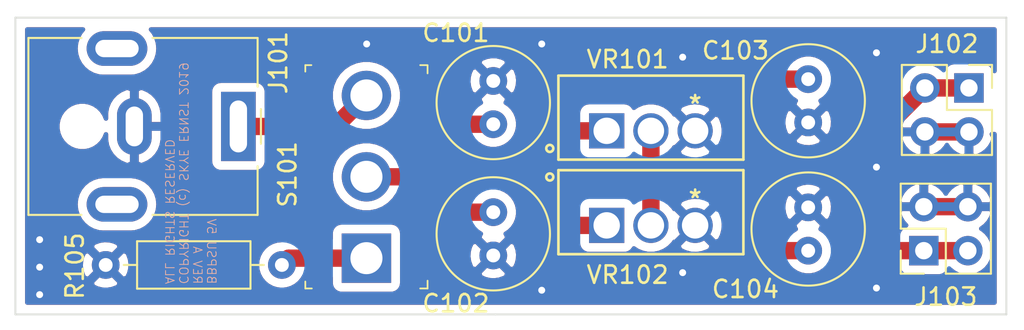
<source format=kicad_pcb>
(kicad_pcb (version 20171130) (host pcbnew "(5.1.4)-1")

  (general
    (thickness 1.6)
    (drawings 6)
    (tracks 56)
    (zones 0)
    (modules 11)
    (nets 6)
  )

  (page A4)
  (layers
    (0 F.Cu signal)
    (31 B.Cu signal)
    (32 B.Adhes user)
    (33 F.Adhes user)
    (34 B.Paste user)
    (35 F.Paste user)
    (36 B.SilkS user)
    (37 F.SilkS user)
    (38 B.Mask user)
    (39 F.Mask user)
    (40 Dwgs.User user)
    (41 Cmts.User user)
    (42 Eco1.User user)
    (43 Eco2.User user)
    (44 Edge.Cuts user)
    (45 Margin user)
    (46 B.CrtYd user)
    (47 F.CrtYd user)
    (48 B.Fab user)
    (49 F.Fab user)
  )

  (setup
    (last_trace_width 0.25)
    (trace_clearance 0.2)
    (zone_clearance 0.508)
    (zone_45_only no)
    (trace_min 0.2)
    (via_size 0.8)
    (via_drill 0.4)
    (via_min_size 0.4)
    (via_min_drill 0.3)
    (uvia_size 0.3)
    (uvia_drill 0.1)
    (uvias_allowed no)
    (uvia_min_size 0.2)
    (uvia_min_drill 0.1)
    (edge_width 0.1)
    (segment_width 0.2)
    (pcb_text_width 0.3)
    (pcb_text_size 1.5 1.5)
    (mod_edge_width 0.15)
    (mod_text_size 1 1)
    (mod_text_width 0.15)
    (pad_size 1.524 1.524)
    (pad_drill 0.762)
    (pad_to_mask_clearance 0)
    (aux_axis_origin 0 0)
    (visible_elements 7FFDFFFF)
    (pcbplotparams
      (layerselection 0x010fc_ffffffff)
      (usegerberextensions true)
      (usegerberattributes false)
      (usegerberadvancedattributes false)
      (creategerberjobfile false)
      (excludeedgelayer true)
      (linewidth 0.100000)
      (plotframeref false)
      (viasonmask false)
      (mode 1)
      (useauxorigin false)
      (hpglpennumber 1)
      (hpglpenspeed 20)
      (hpglpendiameter 15.000000)
      (psnegative false)
      (psa4output false)
      (plotreference true)
      (plotvalue true)
      (plotinvisibletext false)
      (padsonsilk false)
      (subtractmaskfromsilk false)
      (outputformat 1)
      (mirror false)
      (drillshape 0)
      (scaleselection 1)
      (outputdirectory ""))
  )

  (net 0 "")
  (net 1 /PWR_AFT_SW)
  (net 2 GND)
  (net 3 +5V)
  (net 4 PWR_IN)
  (net 5 "Net-(R105-Pad2)")

  (net_class Default "This is the default net class."
    (clearance 0.2)
    (trace_width 0.25)
    (via_dia 0.8)
    (via_drill 0.4)
    (uvia_dia 0.3)
    (uvia_drill 0.1)
    (add_net +5V)
    (add_net /PWR_AFT_SW)
    (add_net GND)
    (add_net "Net-(R105-Pad2)")
    (add_net PWR_IN)
  )

  (module footprints:L78S05CV (layer F.Cu) (tedit 5DA7AE4E) (tstamp 5DA7B7C7)
    (at 145.4985 59.3725)
    (path /5DA95760)
    (fp_text reference VR101 (at -3.8935 -2.6035) (layer F.SilkS)
      (effects (font (size 1 1) (thickness 0.15)))
    )
    (fp_text value L78S05CV (at -2.55 0.762) (layer Eco2.User) hide
      (effects (font (size 1 1) (thickness 0.15)))
    )
    (fp_circle (center -7.249 1.524) (end -7.0458 1.524) (layer F.Fab) (width 0.1524))
    (fp_circle (center -8.382 2.54) (end -8.1788 2.54) (layer F.SilkS) (width 0.1524))
    (fp_line (start 2.911 3.3147) (end -8.011 3.3147) (layer F.CrtYd) (width 0.1524))
    (fp_line (start 2.911 -1.7907) (end 2.911 3.3147) (layer F.CrtYd) (width 0.1524))
    (fp_line (start -8.011 -1.7907) (end 2.911 -1.7907) (layer F.CrtYd) (width 0.1524))
    (fp_line (start -8.011 3.3147) (end -8.011 -1.7907) (layer F.CrtYd) (width 0.1524))
    (fp_line (start -7.757 -1.5367) (end -7.757 3.0607) (layer F.Fab) (width 0.1524))
    (fp_line (start 2.657 -1.5367) (end -7.757 -1.5367) (layer F.Fab) (width 0.1524))
    (fp_line (start 2.657 3.0607) (end 2.657 -1.5367) (layer F.Fab) (width 0.1524))
    (fp_line (start -7.757 3.0607) (end 2.657 3.0607) (layer F.Fab) (width 0.1524))
    (fp_line (start -7.884 -1.6637) (end -7.884 3.1877) (layer F.SilkS) (width 0.1524))
    (fp_line (start 2.784 -1.6637) (end -7.884 -1.6637) (layer F.SilkS) (width 0.1524))
    (fp_line (start 2.784 3.1877) (end 2.784 -1.6637) (layer F.SilkS) (width 0.1524))
    (fp_line (start -7.884 3.1877) (end 2.784 3.1877) (layer F.SilkS) (width 0.1524))
    (fp_line (start -5.1 1.778) (end -5.1 1.27) (layer F.Fab) (width 0.1524))
    (fp_line (start -5.354 1.524) (end -4.846 1.524) (layer F.Fab) (width 0.1524))
    (fp_text user * (at 0 0) (layer F.Fab)
      (effects (font (size 1 1) (thickness 0.15)))
    )
    (fp_text user * (at 0 0) (layer F.SilkS)
      (effects (font (size 1 1) (thickness 0.15)))
    )
    (fp_text user "Copyright 2016 Accelerated Designs. All rights reserved." (at 0 0) (layer Cmts.User)
      (effects (font (size 0.127 0.127) (thickness 0.002)))
    )
    (pad 3 thru_hole circle (at 0 1.524) (size 2.032 2.032) (drill 1.524) (layers *.Cu *.Mask)
      (net 2 GND))
    (pad 2 thru_hole circle (at -2.55 1.524) (size 2.032 2.032) (drill 1.524) (layers *.Cu *.Mask)
      (net 3 +5V))
    (pad 1 thru_hole rect (at -5.1 1.524) (size 2.032 2.032) (drill 1.524) (layers *.Cu *.Mask)
      (net 1 /PWR_AFT_SW))
  )

  (module footprints:L78S05CV (layer F.Cu) (tedit 5DA7AE3F) (tstamp 5DA7B7E1)
    (at 145.4985 64.8335)
    (path /5DA6C834)
    (fp_text reference VR102 (at -3.8935 4.3815) (layer F.SilkS)
      (effects (font (size 1 1) (thickness 0.15)))
    )
    (fp_text value L78S05CV (at -2.55 0.762) (layer Eco1.User) hide
      (effects (font (size 1 1) (thickness 0.15)))
    )
    (fp_text user "Copyright 2016 Accelerated Designs. All rights reserved." (at 0 0) (layer Cmts.User)
      (effects (font (size 0.127 0.127) (thickness 0.002)))
    )
    (fp_text user * (at 0 0) (layer F.SilkS)
      (effects (font (size 1 1) (thickness 0.15)))
    )
    (fp_text user * (at 0 0) (layer F.Fab)
      (effects (font (size 1 1) (thickness 0.15)))
    )
    (fp_line (start -5.354 1.524) (end -4.846 1.524) (layer F.Fab) (width 0.1524))
    (fp_line (start -5.1 1.778) (end -5.1 1.27) (layer F.Fab) (width 0.1524))
    (fp_line (start -7.884 3.1877) (end 2.784 3.1877) (layer F.SilkS) (width 0.1524))
    (fp_line (start 2.784 3.1877) (end 2.784 -1.6637) (layer F.SilkS) (width 0.1524))
    (fp_line (start 2.784 -1.6637) (end -7.884 -1.6637) (layer F.SilkS) (width 0.1524))
    (fp_line (start -7.884 -1.6637) (end -7.884 3.1877) (layer F.SilkS) (width 0.1524))
    (fp_line (start -7.757 3.0607) (end 2.657 3.0607) (layer F.Fab) (width 0.1524))
    (fp_line (start 2.657 3.0607) (end 2.657 -1.5367) (layer F.Fab) (width 0.1524))
    (fp_line (start 2.657 -1.5367) (end -7.757 -1.5367) (layer F.Fab) (width 0.1524))
    (fp_line (start -7.757 -1.5367) (end -7.757 3.0607) (layer F.Fab) (width 0.1524))
    (fp_line (start -8.011 3.3147) (end -8.011 -1.7907) (layer F.CrtYd) (width 0.1524))
    (fp_line (start -8.011 -1.7907) (end 2.911 -1.7907) (layer F.CrtYd) (width 0.1524))
    (fp_line (start 2.911 -1.7907) (end 2.911 3.3147) (layer F.CrtYd) (width 0.1524))
    (fp_line (start 2.911 3.3147) (end -8.011 3.3147) (layer F.CrtYd) (width 0.1524))
    (fp_circle (center -8.382 -1.27) (end -8.1788 -1.27) (layer F.SilkS) (width 0.1524))
    (fp_circle (center -7.249 1.524) (end -7.0458 1.524) (layer F.Fab) (width 0.1524))
    (pad 1 thru_hole rect (at -5.1 1.524) (size 2.032 2.032) (drill 1.524) (layers *.Cu *.Mask)
      (net 1 /PWR_AFT_SW))
    (pad 2 thru_hole circle (at -2.55 1.524) (size 2.032 2.032) (drill 1.524) (layers *.Cu *.Mask)
      (net 3 +5V))
    (pad 3 thru_hole circle (at 0 1.524) (size 2.032 2.032) (drill 1.524) (layers *.Cu *.Mask)
      (net 2 GND))
  )

  (module Capacitor_THT:C_Radial_D6.3mm_H11.0mm_P2.50mm (layer F.Cu) (tedit 5BC5C9B9) (tstamp 5DA7B70E)
    (at 133.858 60.5155 90)
    (descr "C, Radial series, Radial, pin pitch=2.50mm, diameter=6.3mm, height=11mm, Non-Polar Electrolytic Capacitor")
    (tags "C Radial series Radial pin pitch 2.50mm diameter 6.3mm height 11mm Non-Polar Electrolytic Capacitor")
    (path /5DA7662D)
    (fp_text reference C101 (at 5.2705 -2.159 180) (layer F.SilkS)
      (effects (font (size 1 1) (thickness 0.15)))
    )
    (fp_text value 0.33uF (at 1.25 4.4 90) (layer F.Fab)
      (effects (font (size 1 1) (thickness 0.15)))
    )
    (fp_circle (center 1.25 0) (end 4.4 0) (layer F.Fab) (width 0.1))
    (fp_circle (center 1.25 0) (end 4.52 0) (layer F.SilkS) (width 0.12))
    (fp_circle (center 1.25 0) (end 4.65 0) (layer F.CrtYd) (width 0.05))
    (fp_text user %R (at 1.25 0 90) (layer F.Fab)
      (effects (font (size 1 1) (thickness 0.15)))
    )
    (pad 1 thru_hole circle (at 0 0 90) (size 1.6 1.6) (drill 0.8) (layers *.Cu *.Mask)
      (net 1 /PWR_AFT_SW))
    (pad 2 thru_hole circle (at 2.5 0 90) (size 1.6 1.6) (drill 0.8) (layers *.Cu *.Mask)
      (net 2 GND))
    (model ${KISYS3DMOD}/Capacitor_THT.3dshapes/C_Radial_D6.3mm_H11.0mm_P2.50mm.wrl
      (at (xyz 0 0 0))
      (scale (xyz 1 1 1))
      (rotate (xyz 0 0 0))
    )
  )

  (module Capacitor_THT:C_Radial_D6.3mm_H11.0mm_P2.50mm (layer F.Cu) (tedit 5BC5C9B9) (tstamp 5DA7B718)
    (at 133.858 65.5955 270)
    (descr "C, Radial series, Radial, pin pitch=2.50mm, diameter=6.3mm, height=11mm, Non-Polar Electrolytic Capacitor")
    (tags "C Radial series Radial pin pitch 2.50mm diameter 6.3mm height 11mm Non-Polar Electrolytic Capacitor")
    (path /5DA9576C)
    (fp_text reference C102 (at 5.2705 2.159 180) (layer F.SilkS)
      (effects (font (size 1 1) (thickness 0.15)))
    )
    (fp_text value 0.33uF (at 1.25 4.4 90) (layer F.Fab)
      (effects (font (size 1 1) (thickness 0.15)))
    )
    (fp_circle (center 1.25 0) (end 4.4 0) (layer F.Fab) (width 0.1))
    (fp_circle (center 1.25 0) (end 4.52 0) (layer F.SilkS) (width 0.12))
    (fp_circle (center 1.25 0) (end 4.65 0) (layer F.CrtYd) (width 0.05))
    (fp_text user %R (at 1.25 0 270) (layer F.Fab)
      (effects (font (size 1 1) (thickness 0.15)))
    )
    (pad 1 thru_hole circle (at 0 0 270) (size 1.6 1.6) (drill 0.8) (layers *.Cu *.Mask)
      (net 1 /PWR_AFT_SW))
    (pad 2 thru_hole circle (at 2.5 0 270) (size 1.6 1.6) (drill 0.8) (layers *.Cu *.Mask)
      (net 2 GND))
    (model ${KISYS3DMOD}/Capacitor_THT.3dshapes/C_Radial_D6.3mm_H11.0mm_P2.50mm.wrl
      (at (xyz 0 0 0))
      (scale (xyz 1 1 1))
      (rotate (xyz 0 0 0))
    )
  )

  (module Capacitor_THT:C_Radial_D6.3mm_H11.0mm_P2.50mm (layer F.Cu) (tedit 5BC5C9B9) (tstamp 5DA7B722)
    (at 152.019 57.912 270)
    (descr "C, Radial series, Radial, pin pitch=2.50mm, diameter=6.3mm, height=11mm, Non-Polar Electrolytic Capacitor")
    (tags "C Radial series Radial pin pitch 2.50mm diameter 6.3mm height 11mm Non-Polar Electrolytic Capacitor")
    (path /5DA76DAA)
    (fp_text reference C103 (at -1.651 4.191 180) (layer F.SilkS)
      (effects (font (size 1 1) (thickness 0.15)))
    )
    (fp_text value 0.1uF (at 1.25 4.4 90) (layer F.Fab)
      (effects (font (size 1 1) (thickness 0.15)))
    )
    (fp_text user %R (at 1.25 0 90) (layer F.Fab)
      (effects (font (size 1 1) (thickness 0.15)))
    )
    (fp_circle (center 1.25 0) (end 4.65 0) (layer F.CrtYd) (width 0.05))
    (fp_circle (center 1.25 0) (end 4.52 0) (layer F.SilkS) (width 0.12))
    (fp_circle (center 1.25 0) (end 4.4 0) (layer F.Fab) (width 0.1))
    (pad 2 thru_hole circle (at 2.5 0 270) (size 1.6 1.6) (drill 0.8) (layers *.Cu *.Mask)
      (net 2 GND))
    (pad 1 thru_hole circle (at 0 0 270) (size 1.6 1.6) (drill 0.8) (layers *.Cu *.Mask)
      (net 3 +5V))
    (model ${KISYS3DMOD}/Capacitor_THT.3dshapes/C_Radial_D6.3mm_H11.0mm_P2.50mm.wrl
      (at (xyz 0 0 0))
      (scale (xyz 1 1 1))
      (rotate (xyz 0 0 0))
    )
  )

  (module Capacitor_THT:C_Radial_D6.3mm_H11.0mm_P2.50mm (layer F.Cu) (tedit 5BC5C9B9) (tstamp 5DA7B72C)
    (at 152.019 67.818 90)
    (descr "C, Radial series, Radial, pin pitch=2.50mm, diameter=6.3mm, height=11mm, Non-Polar Electrolytic Capacitor")
    (tags "C Radial series Radial pin pitch 2.50mm diameter 6.3mm height 11mm Non-Polar Electrolytic Capacitor")
    (path /5DA95772)
    (fp_text reference C104 (at -2.2225 -3.6195 180) (layer F.SilkS)
      (effects (font (size 1 1) (thickness 0.15)))
    )
    (fp_text value 0.1uF (at 1.25 4.4 90) (layer F.Fab)
      (effects (font (size 1 1) (thickness 0.15)))
    )
    (fp_text user %R (at 1.25 0 270) (layer F.Fab)
      (effects (font (size 1 1) (thickness 0.15)))
    )
    (fp_circle (center 1.25 0) (end 4.65 0) (layer F.CrtYd) (width 0.05))
    (fp_circle (center 1.25 0) (end 4.52 0) (layer F.SilkS) (width 0.12))
    (fp_circle (center 1.25 0) (end 4.4 0) (layer F.Fab) (width 0.1))
    (pad 2 thru_hole circle (at 2.5 0 90) (size 1.6 1.6) (drill 0.8) (layers *.Cu *.Mask)
      (net 2 GND))
    (pad 1 thru_hole circle (at 0 0 90) (size 1.6 1.6) (drill 0.8) (layers *.Cu *.Mask)
      (net 3 +5V))
    (model ${KISYS3DMOD}/Capacitor_THT.3dshapes/C_Radial_D6.3mm_H11.0mm_P2.50mm.wrl
      (at (xyz 0 0 0))
      (scale (xyz 1 1 1))
      (rotate (xyz 0 0 0))
    )
  )

  (module Connector_BarrelJack:BarrelJack_CUI_PJ-063AH_Horizontal (layer F.Cu) (tedit 5B0886BD) (tstamp 5DA7B749)
    (at 119.157 60.6425 270)
    (descr "Barrel Jack, 2.0mm ID, 5.5mm OD, 24V, 8A, no switch, https://www.cui.com/product/resource/pj-063ah.pdf")
    (tags "barrel jack cui dc power")
    (path /5DA65D7D)
    (fp_text reference J101 (at -3.683 -2.3 90) (layer F.SilkS)
      (effects (font (size 1 1) (thickness 0.15)))
    )
    (fp_text value PJ-063AH (at 0 13 90) (layer F.Fab)
      (effects (font (size 1 1) (thickness 0.15)))
    )
    (fp_line (start -5 -1) (end -1 -1) (layer F.Fab) (width 0.1))
    (fp_line (start -1 -1) (end 0 0) (layer F.Fab) (width 0.1))
    (fp_line (start 0 0) (end 1 -1) (layer F.Fab) (width 0.1))
    (fp_line (start 1 -1) (end 5 -1) (layer F.Fab) (width 0.1))
    (fp_line (start 5 -1) (end 5 12) (layer F.Fab) (width 0.1))
    (fp_line (start 5 12) (end -5 12) (layer F.Fab) (width 0.1))
    (fp_line (start -5 12) (end -5 -1) (layer F.Fab) (width 0.1))
    (fp_line (start -5.11 4.95) (end -5.11 -1.11) (layer F.SilkS) (width 0.12))
    (fp_line (start -5.11 -1.11) (end -2.3 -1.11) (layer F.SilkS) (width 0.12))
    (fp_line (start 2.3 -1.11) (end 5.11 -1.11) (layer F.SilkS) (width 0.12))
    (fp_line (start 5.11 -1.11) (end 5.11 4.95) (layer F.SilkS) (width 0.12))
    (fp_line (start 5.11 9.05) (end 5.11 12.11) (layer F.SilkS) (width 0.12))
    (fp_line (start 5.11 12.11) (end -5.11 12.11) (layer F.SilkS) (width 0.12))
    (fp_line (start -5.11 12.11) (end -5.11 9.05) (layer F.SilkS) (width 0.12))
    (fp_line (start -1 -1.3) (end 1 -1.3) (layer F.SilkS) (width 0.12))
    (fp_line (start -6 -1.5) (end -6 12.5) (layer F.CrtYd) (width 0.05))
    (fp_line (start -6 12.5) (end 6 12.5) (layer F.CrtYd) (width 0.05))
    (fp_line (start 6 12.5) (end 6 -1.5) (layer F.CrtYd) (width 0.05))
    (fp_line (start 6 -1.5) (end -6 -1.5) (layer F.CrtYd) (width 0.05))
    (fp_text user %R (at 0 5.5 90) (layer F.Fab)
      (effects (font (size 1 1) (thickness 0.15)))
    )
    (pad 1 thru_hole rect (at 0 0 270) (size 4 2) (drill oval 3 1) (layers *.Cu *.Mask)
      (net 4 PWR_IN))
    (pad 2 thru_hole oval (at 0 6 270) (size 3.3 2) (drill oval 2.3 1) (layers *.Cu *.Mask)
      (net 2 GND))
    (pad MP thru_hole oval (at -4.5 7 270) (size 2 3.5) (drill oval 1 2.5) (layers *.Cu *.Mask))
    (pad MP thru_hole oval (at 4.5 7 270) (size 2 3.5) (drill oval 1 2.5) (layers *.Cu *.Mask))
    (pad "" np_thru_hole circle (at 0 9 270) (size 1.6 1.6) (drill 1.6) (layers *.Cu *.Mask))
    (model ${KISYS3DMOD}/Connector_BarrelJack.3dshapes/BarrelJack_CUI_PJ-063AH_Horizontal.wrl
      (at (xyz 0 0 0))
      (scale (xyz 1 1 1))
      (rotate (xyz 0 0 0))
    )
  )

  (module Connector_PinHeader_2.54mm:PinHeader_2x02_P2.54mm_Vertical (layer F.Cu) (tedit 59FED5CC) (tstamp 5DA7B763)
    (at 161.29 58.42 270)
    (descr "Through hole straight pin header, 2x02, 2.54mm pitch, double rows")
    (tags "Through hole pin header THT 2x02 2.54mm double row")
    (path /5DACF689)
    (fp_text reference J102 (at -2.54 1.27 180) (layer F.SilkS)
      (effects (font (size 1 1) (thickness 0.15)))
    )
    (fp_text value "2.54mm pitch" (at 1.27 4.87 90) (layer F.Fab)
      (effects (font (size 1 1) (thickness 0.15)))
    )
    (fp_line (start 0 -1.27) (end 3.81 -1.27) (layer F.Fab) (width 0.1))
    (fp_line (start 3.81 -1.27) (end 3.81 3.81) (layer F.Fab) (width 0.1))
    (fp_line (start 3.81 3.81) (end -1.27 3.81) (layer F.Fab) (width 0.1))
    (fp_line (start -1.27 3.81) (end -1.27 0) (layer F.Fab) (width 0.1))
    (fp_line (start -1.27 0) (end 0 -1.27) (layer F.Fab) (width 0.1))
    (fp_line (start -1.33 3.87) (end 3.87 3.87) (layer F.SilkS) (width 0.12))
    (fp_line (start -1.33 1.27) (end -1.33 3.87) (layer F.SilkS) (width 0.12))
    (fp_line (start 3.87 -1.33) (end 3.87 3.87) (layer F.SilkS) (width 0.12))
    (fp_line (start -1.33 1.27) (end 1.27 1.27) (layer F.SilkS) (width 0.12))
    (fp_line (start 1.27 1.27) (end 1.27 -1.33) (layer F.SilkS) (width 0.12))
    (fp_line (start 1.27 -1.33) (end 3.87 -1.33) (layer F.SilkS) (width 0.12))
    (fp_line (start -1.33 0) (end -1.33 -1.33) (layer F.SilkS) (width 0.12))
    (fp_line (start -1.33 -1.33) (end 0 -1.33) (layer F.SilkS) (width 0.12))
    (fp_line (start -1.8 -1.8) (end -1.8 4.35) (layer F.CrtYd) (width 0.05))
    (fp_line (start -1.8 4.35) (end 4.35 4.35) (layer F.CrtYd) (width 0.05))
    (fp_line (start 4.35 4.35) (end 4.35 -1.8) (layer F.CrtYd) (width 0.05))
    (fp_line (start 4.35 -1.8) (end -1.8 -1.8) (layer F.CrtYd) (width 0.05))
    (fp_text user %R (at 1.27 1.27) (layer F.Fab)
      (effects (font (size 1 1) (thickness 0.15)))
    )
    (pad 1 thru_hole rect (at 0 0 270) (size 1.7 1.7) (drill 1) (layers *.Cu *.Mask)
      (net 3 +5V))
    (pad 2 thru_hole oval (at 2.54 0 270) (size 1.7 1.7) (drill 1) (layers *.Cu *.Mask)
      (net 2 GND))
    (pad 3 thru_hole oval (at 0 2.54 270) (size 1.7 1.7) (drill 1) (layers *.Cu *.Mask)
      (net 3 +5V))
    (pad 4 thru_hole oval (at 2.54 2.54 270) (size 1.7 1.7) (drill 1) (layers *.Cu *.Mask)
      (net 2 GND))
    (model ${KISYS3DMOD}/Connector_PinHeader_2.54mm.3dshapes/PinHeader_2x02_P2.54mm_Vertical.wrl
      (at (xyz 0 0 0))
      (scale (xyz 1 1 1))
      (rotate (xyz 0 0 0))
    )
  )

  (module Connector_PinHeader_2.54mm:PinHeader_2x02_P2.54mm_Vertical (layer F.Cu) (tedit 59FED5CC) (tstamp 5DA7B77D)
    (at 158.6865 67.818 90)
    (descr "Through hole straight pin header, 2x02, 2.54mm pitch, double rows")
    (tags "Through hole pin header THT 2x02 2.54mm double row")
    (path /5DA9578B)
    (fp_text reference J103 (at -2.667 1.27 180) (layer F.SilkS)
      (effects (font (size 1 1) (thickness 0.15)))
    )
    (fp_text value "2.54mm pitch" (at 1.27 4.87 90) (layer F.Fab)
      (effects (font (size 1 1) (thickness 0.15)))
    )
    (fp_text user %R (at 1.27 1.27) (layer F.Fab)
      (effects (font (size 1 1) (thickness 0.15)))
    )
    (fp_line (start 4.35 -1.8) (end -1.8 -1.8) (layer F.CrtYd) (width 0.05))
    (fp_line (start 4.35 4.35) (end 4.35 -1.8) (layer F.CrtYd) (width 0.05))
    (fp_line (start -1.8 4.35) (end 4.35 4.35) (layer F.CrtYd) (width 0.05))
    (fp_line (start -1.8 -1.8) (end -1.8 4.35) (layer F.CrtYd) (width 0.05))
    (fp_line (start -1.33 -1.33) (end 0 -1.33) (layer F.SilkS) (width 0.12))
    (fp_line (start -1.33 0) (end -1.33 -1.33) (layer F.SilkS) (width 0.12))
    (fp_line (start 1.27 -1.33) (end 3.87 -1.33) (layer F.SilkS) (width 0.12))
    (fp_line (start 1.27 1.27) (end 1.27 -1.33) (layer F.SilkS) (width 0.12))
    (fp_line (start -1.33 1.27) (end 1.27 1.27) (layer F.SilkS) (width 0.12))
    (fp_line (start 3.87 -1.33) (end 3.87 3.87) (layer F.SilkS) (width 0.12))
    (fp_line (start -1.33 1.27) (end -1.33 3.87) (layer F.SilkS) (width 0.12))
    (fp_line (start -1.33 3.87) (end 3.87 3.87) (layer F.SilkS) (width 0.12))
    (fp_line (start -1.27 0) (end 0 -1.27) (layer F.Fab) (width 0.1))
    (fp_line (start -1.27 3.81) (end -1.27 0) (layer F.Fab) (width 0.1))
    (fp_line (start 3.81 3.81) (end -1.27 3.81) (layer F.Fab) (width 0.1))
    (fp_line (start 3.81 -1.27) (end 3.81 3.81) (layer F.Fab) (width 0.1))
    (fp_line (start 0 -1.27) (end 3.81 -1.27) (layer F.Fab) (width 0.1))
    (pad 4 thru_hole oval (at 2.54 2.54 90) (size 1.7 1.7) (drill 1) (layers *.Cu *.Mask)
      (net 2 GND))
    (pad 3 thru_hole oval (at 0 2.54 90) (size 1.7 1.7) (drill 1) (layers *.Cu *.Mask)
      (net 3 +5V))
    (pad 2 thru_hole oval (at 2.54 0 90) (size 1.7 1.7) (drill 1) (layers *.Cu *.Mask)
      (net 2 GND))
    (pad 1 thru_hole rect (at 0 0 90) (size 1.7 1.7) (drill 1) (layers *.Cu *.Mask)
      (net 3 +5V))
    (model ${KISYS3DMOD}/Connector_PinHeader_2.54mm.3dshapes/PinHeader_2x02_P2.54mm_Vertical.wrl
      (at (xyz 0 0 0))
      (scale (xyz 1 1 1))
      (rotate (xyz 0 0 0))
    )
  )

  (module Resistor_THT:R_Axial_DIN0207_L6.3mm_D2.5mm_P10.16mm_Horizontal (layer F.Cu) (tedit 5AE5139B) (tstamp 5DA7B794)
    (at 111.506 68.6435)
    (descr "Resistor, Axial_DIN0207 series, Axial, Horizontal, pin pitch=10.16mm, 0.25W = 1/4W, length*diameter=6.3*2.5mm^2, http://cdn-reichelt.de/documents/datenblatt/B400/1_4W%23YAG.pdf")
    (tags "Resistor Axial_DIN0207 series Axial Horizontal pin pitch 10.16mm 0.25W = 1/4W length 6.3mm diameter 2.5mm")
    (path /5DB3159B)
    (fp_text reference R105 (at -1.778 0.0635 90) (layer F.SilkS)
      (effects (font (size 1 1) (thickness 0.15)))
    )
    (fp_text value 100K (at 5.08 2.37) (layer F.Fab)
      (effects (font (size 1 1) (thickness 0.15)))
    )
    (fp_line (start 1.93 -1.25) (end 1.93 1.25) (layer F.Fab) (width 0.1))
    (fp_line (start 1.93 1.25) (end 8.23 1.25) (layer F.Fab) (width 0.1))
    (fp_line (start 8.23 1.25) (end 8.23 -1.25) (layer F.Fab) (width 0.1))
    (fp_line (start 8.23 -1.25) (end 1.93 -1.25) (layer F.Fab) (width 0.1))
    (fp_line (start 0 0) (end 1.93 0) (layer F.Fab) (width 0.1))
    (fp_line (start 10.16 0) (end 8.23 0) (layer F.Fab) (width 0.1))
    (fp_line (start 1.81 -1.37) (end 1.81 1.37) (layer F.SilkS) (width 0.12))
    (fp_line (start 1.81 1.37) (end 8.35 1.37) (layer F.SilkS) (width 0.12))
    (fp_line (start 8.35 1.37) (end 8.35 -1.37) (layer F.SilkS) (width 0.12))
    (fp_line (start 8.35 -1.37) (end 1.81 -1.37) (layer F.SilkS) (width 0.12))
    (fp_line (start 1.04 0) (end 1.81 0) (layer F.SilkS) (width 0.12))
    (fp_line (start 9.12 0) (end 8.35 0) (layer F.SilkS) (width 0.12))
    (fp_line (start -1.05 -1.5) (end -1.05 1.5) (layer F.CrtYd) (width 0.05))
    (fp_line (start -1.05 1.5) (end 11.21 1.5) (layer F.CrtYd) (width 0.05))
    (fp_line (start 11.21 1.5) (end 11.21 -1.5) (layer F.CrtYd) (width 0.05))
    (fp_line (start 11.21 -1.5) (end -1.05 -1.5) (layer F.CrtYd) (width 0.05))
    (fp_text user %R (at 5.08 0) (layer F.Fab)
      (effects (font (size 1 1) (thickness 0.15)))
    )
    (pad 1 thru_hole circle (at 0 0) (size 1.6 1.6) (drill 0.8) (layers *.Cu *.Mask)
      (net 2 GND))
    (pad 2 thru_hole oval (at 10.16 0) (size 1.6 1.6) (drill 0.8) (layers *.Cu *.Mask)
      (net 5 "Net-(R105-Pad2)"))
    (model ${KISYS3DMOD}/Resistor_THT.3dshapes/R_Axial_DIN0207_L6.3mm_D2.5mm_P10.16mm_Horizontal.wrl
      (at (xyz 0 0 0))
      (scale (xyz 1 1 1))
      (rotate (xyz 0 0 0))
    )
  )

  (module digikey-footprints:Toggle_Switch_100SP1T1B4M2QE (layer F.Cu) (tedit 5AF5CA0B) (tstamp 5DA7B7AD)
    (at 126.5428 68.2518 90)
    (descr http://spec_sheets.e-switch.com/specs/T111597.pdf)
    (path /5DAF4EF7)
    (fp_text reference S101 (at 4.84 -4.55 90) (layer F.SilkS)
      (effects (font (size 1 1) (thickness 0.15)))
    )
    (fp_text value 100SP1T1B4M2QE (at 4.65 4.82 90) (layer F.Fab)
      (effects (font (size 1 1) (thickness 0.15)))
    )
    (fp_circle (center 4.7 0) (end 4.7 3.4) (layer F.Fab) (width 0.1))
    (fp_line (start 11.3 -3.68) (end 11.3 3.68) (layer F.CrtYd) (width 0.05))
    (fp_line (start 11.3 3.68) (end -1.9 3.68) (layer F.CrtYd) (width 0.05))
    (fp_line (start -1.9 3.68) (end -1.9 -3.68) (layer F.CrtYd) (width 0.05))
    (fp_line (start -1.9 -3.68) (end 11.3 -3.68) (layer F.CrtYd) (width 0.05))
    (fp_text user %R (at 4.7 0 90) (layer F.Fab)
      (effects (font (size 1 1) (thickness 0.15)))
    )
    (fp_line (start 11.15 3.525) (end 11.15 3.1) (layer F.SilkS) (width 0.1))
    (fp_line (start 11.125 3.525) (end 10.675 3.525) (layer F.SilkS) (width 0.1))
    (fp_line (start -1.75 3.525) (end -1.3 3.525) (layer F.SilkS) (width 0.1))
    (fp_line (start -1.75 3.525) (end -1.75 3.1) (layer F.SilkS) (width 0.1))
    (fp_line (start -1.75 -3.525) (end -1.75 -3.15) (layer F.SilkS) (width 0.1))
    (fp_line (start -1.75 -3.525) (end -1.35 -3.525) (layer F.SilkS) (width 0.1))
    (fp_line (start 10.775 -3.525) (end 11.15 -3.525) (layer F.SilkS) (width 0.1))
    (fp_line (start 11.15 -3.525) (end 11.15 -3.175) (layer F.SilkS) (width 0.1))
    (fp_line (start 11.05 3.43) (end 11.05 -3.43) (layer F.Fab) (width 0.1))
    (fp_line (start -1.65 -3.43) (end -1.65 3.43) (layer F.Fab) (width 0.1))
    (fp_line (start -1.65 3.43) (end 11.05 3.43) (layer F.Fab) (width 0.1))
    (fp_line (start -1.65 -3.43) (end 11.05 -3.43) (layer F.Fab) (width 0.1))
    (pad 1 thru_hole rect (at 0 0 90) (size 2.85 2.85) (drill 1.85) (layers *.Cu *.Mask)
      (net 5 "Net-(R105-Pad2)"))
    (pad 2 thru_hole circle (at 4.7 0 90) (size 2.85 2.85) (drill 1.85) (layers *.Cu *.Mask)
      (net 1 /PWR_AFT_SW))
    (pad 3 thru_hole circle (at 9.4 0 90) (size 2.85 2.85) (drill 1.85) (layers *.Cu *.Mask)
      (net 4 PWR_IN))
  )

  (gr_text "BBPSU 5V\nREV A\nCOPYRIGHT (c) SKYE ERNST 2019 \nALL RIGHTS RESERVED" (at 116.3955 69.7865 270) (layer B.SilkS)
    (effects (font (size 0.5 0.5) (thickness 0.05)) (justify left mirror))
  )
  (gr_line (start 163.449 54.356) (end 106.299 54.356) (layer Edge.Cuts) (width 0.1))
  (gr_line (start 163.449 71.501) (end 163.449 54.356) (layer Edge.Cuts) (width 0.1))
  (gr_line (start 133.985 71.501) (end 163.449 71.501) (layer Edge.Cuts) (width 0.1))
  (gr_line (start 106.299 71.501) (end 133.985 71.501) (layer Edge.Cuts) (width 0.1))
  (gr_line (start 106.299 54.356) (end 106.299 71.501) (layer Edge.Cuts) (width 0.1))

  (segment (start 140.0175 61.2775) (end 140.3985 60.8965) (width 1) (layer F.Cu) (net 1))
  (segment (start 140.0175 60.5155) (end 140.3985 60.8965) (width 1) (layer F.Cu) (net 1))
  (segment (start 126.5428 63.5518) (end 129.2342 63.5518) (width 1) (layer F.Cu) (net 1))
  (segment (start 129.2342 63.5518) (end 129.667 63.119) (width 1) (layer F.Cu) (net 1))
  (segment (start 129.667 63.119) (end 131.572 63.119) (width 1) (layer F.Cu) (net 1))
  (segment (start 138.3825 60.8965) (end 140.3985 60.8965) (width 1) (layer F.Cu) (net 1))
  (segment (start 137.668 61.611) (end 138.3825 60.8965) (width 1) (layer F.Cu) (net 1))
  (segment (start 137.668 63.119) (end 137.668 61.611) (width 1) (layer F.Cu) (net 1))
  (segment (start 131.572 63.119) (end 137.668 63.119) (width 1) (layer F.Cu) (net 1))
  (segment (start 137.668 63.119) (end 137.668 65.659) (width 1) (layer F.Cu) (net 1))
  (segment (start 138.3665 66.3575) (end 140.3985 66.3575) (width 1) (layer F.Cu) (net 1))
  (segment (start 137.668 65.659) (end 138.3665 66.3575) (width 1) (layer F.Cu) (net 1))
  (segment (start 129.667 63.119) (end 129.667 64.643) (width 1) (layer F.Cu) (net 1))
  (segment (start 129.667 64.643) (end 130.6195 65.5955) (width 1) (layer F.Cu) (net 1))
  (segment (start 130.6195 65.5955) (end 133.858 65.5955) (width 1) (layer F.Cu) (net 1))
  (segment (start 130.4925 60.5155) (end 133.858 60.5155) (width 1) (layer F.Cu) (net 1))
  (segment (start 129.667 63.119) (end 129.667 61.341) (width 1) (layer F.Cu) (net 1))
  (segment (start 129.667 61.341) (end 130.4925 60.5155) (width 1) (layer F.Cu) (net 1))
  (via (at 126.5555 55.88) (size 0.8) (drill 0.4) (layers F.Cu B.Cu) (net 2))
  (via (at 136.652 70.104) (size 0.8) (drill 0.4) (layers F.Cu B.Cu) (net 2))
  (via (at 136.652 55.88) (size 0.8) (drill 0.4) (layers F.Cu B.Cu) (net 2))
  (via (at 155.956 56.388) (size 0.8) (drill 0.4) (layers F.Cu B.Cu) (net 2))
  (via (at 155.956 69.977) (size 0.8) (drill 0.4) (layers F.Cu B.Cu) (net 2))
  (via (at 155.956 62.992) (size 0.8) (drill 0.4) (layers F.Cu B.Cu) (net 2))
  (via (at 144.78 69.088) (size 0.8) (drill 0.4) (layers F.Cu B.Cu) (net 2))
  (via (at 144.78 56.642) (size 0.8) (drill 0.4) (layers F.Cu B.Cu) (net 2))
  (via (at 107.696 70.358) (size 0.8) (drill 0.4) (layers F.Cu B.Cu) (net 2))
  (via (at 107.696 68.7705) (size 0.8) (drill 0.4) (layers F.Cu B.Cu) (net 2))
  (segment (start 158.75 60.96) (end 161.29 60.96) (width 1) (layer F.Cu) (net 2))
  (segment (start 158.6865 65.278) (end 161.2265 65.278) (width 1) (layer F.Cu) (net 2))
  (via (at 107.696 67.183) (size 0.8) (drill 0.4) (layers F.Cu B.Cu) (net 2))
  (segment (start 161.2265 67.818) (end 158.6865 67.818) (width 1) (layer F.Cu) (net 3))
  (segment (start 142.9485 63.4265) (end 142.9485 66.3575) (width 1) (layer F.Cu) (net 3))
  (segment (start 142.9485 60.8965) (end 142.9485 63.4265) (width 1) (layer F.Cu) (net 3))
  (segment (start 158.75 58.42) (end 161.29 58.42) (width 1) (layer F.Cu) (net 3))
  (segment (start 156.718 60.452) (end 158.75 58.42) (width 1) (layer F.Cu) (net 3))
  (segment (start 154.051 60.452) (end 156.718 60.452) (width 1) (layer F.Cu) (net 3))
  (segment (start 154.051 62.865) (end 154.051 60.452) (width 1) (layer F.Cu) (net 3))
  (segment (start 149.606 62.865) (end 154.051 62.865) (width 1) (layer F.Cu) (net 3))
  (segment (start 142.9485 63.4265) (end 149.0445 63.4265) (width 1) (layer F.Cu) (net 3))
  (segment (start 149.0445 63.4265) (end 149.606 62.865) (width 1) (layer F.Cu) (net 3))
  (segment (start 149.0445 63.4265) (end 149.0445 65.395) (width 1) (layer F.Cu) (net 3))
  (segment (start 149.0445 65.395) (end 149.0472 65.3977) (width 1) (layer F.Cu) (net 3))
  (segment (start 149.0472 65.3977) (end 149.0472 67.31) (width 1) (layer F.Cu) (net 3))
  (segment (start 149.5552 67.818) (end 152.019 67.818) (width 1) (layer F.Cu) (net 3))
  (segment (start 149.0472 67.31) (end 149.5552 67.818) (width 1) (layer F.Cu) (net 3))
  (segment (start 149.0445 63.4265) (end 149.0445 58.6259) (width 1) (layer F.Cu) (net 3))
  (segment (start 149.7584 57.912) (end 152.019 57.912) (width 1) (layer F.Cu) (net 3))
  (segment (start 149.0445 58.6259) (end 149.7584 57.912) (width 1) (layer F.Cu) (net 3))
  (segment (start 154.051 62.865) (end 154.051 65.3288) (width 1) (layer F.Cu) (net 3))
  (segment (start 156.5402 67.818) (end 158.6865 67.818) (width 1) (layer F.Cu) (net 3))
  (segment (start 154.051 65.3288) (end 156.5402 67.818) (width 1) (layer F.Cu) (net 3))
  (segment (start 124.7521 60.6425) (end 126.5428 58.8518) (width 1) (layer F.Cu) (net 4))
  (segment (start 119.157 60.6425) (end 124.7521 60.6425) (width 1) (layer F.Cu) (net 4))
  (segment (start 122.0577 68.2518) (end 121.666 68.6435) (width 1) (layer F.Cu) (net 5))
  (segment (start 126.5428 68.2518) (end 122.0577 68.2518) (width 1) (layer F.Cu) (net 5))

  (zone (net 2) (net_name GND) (layer F.Cu) (tstamp 5DB26CBA) (hatch edge 0.508)
    (connect_pads (clearance 0.508))
    (min_thickness 0.254)
    (fill yes (arc_segments 32) (thermal_gap 0.508) (thermal_bridge_width 0.508))
    (polygon
      (pts
        (xy 106.045 53.34) (xy 164.465 53.34) (xy 164.465 72.39) (xy 105.41 72.39) (xy 105.41 53.34)
      )
    )
    (filled_polygon
      (pts
        (xy 110.040969 55.229748) (xy 109.889148 55.513785) (xy 109.795657 55.821984) (xy 109.764089 56.1425) (xy 109.795657 56.463016)
        (xy 109.889148 56.771215) (xy 110.040969 57.055252) (xy 110.245286 57.304214) (xy 110.494248 57.508531) (xy 110.778285 57.660352)
        (xy 111.086484 57.753843) (xy 111.326678 57.7775) (xy 112.987322 57.7775) (xy 113.227516 57.753843) (xy 113.535715 57.660352)
        (xy 113.819752 57.508531) (xy 114.068714 57.304214) (xy 114.273031 57.055252) (xy 114.424852 56.771215) (xy 114.518343 56.463016)
        (xy 114.549911 56.1425) (xy 114.518343 55.821984) (xy 114.424852 55.513785) (xy 114.273031 55.229748) (xy 114.11813 55.041)
        (xy 162.764001 55.041) (xy 162.764001 57.439547) (xy 162.729502 57.32582) (xy 162.670537 57.215506) (xy 162.591185 57.118815)
        (xy 162.494494 57.039463) (xy 162.38418 56.980498) (xy 162.264482 56.944188) (xy 162.14 56.931928) (xy 160.44 56.931928)
        (xy 160.315518 56.944188) (xy 160.19582 56.980498) (xy 160.085506 57.039463) (xy 159.988815 57.118815) (xy 159.909463 57.215506)
        (xy 159.872317 57.285) (xy 159.707817 57.285) (xy 159.579014 57.179294) (xy 159.321034 57.041401) (xy 159.041111 56.956487)
        (xy 158.82295 56.935) (xy 158.821899 56.935) (xy 158.678447 56.858324) (xy 158.464499 56.793423) (xy 158.297752 56.777)
        (xy 158.297751 56.777) (xy 158.242 56.771509) (xy 158.186249 56.777) (xy 152.903284 56.777) (xy 152.698727 56.64032)
        (xy 152.437574 56.532147) (xy 152.160335 56.477) (xy 151.877665 56.477) (xy 151.600426 56.532147) (xy 151.339273 56.64032)
        (xy 151.134716 56.777) (xy 149.788751 56.777) (xy 149.732999 56.771509) (xy 149.52698 56.7918) (xy 149.510501 56.793423)
        (xy 149.296553 56.858324) (xy 149.099377 56.963716) (xy 148.926551 57.105551) (xy 148.891008 57.14886) (xy 147.82686 58.213009)
        (xy 147.783552 58.248551) (xy 147.641717 58.421377) (xy 147.598889 58.501504) (xy 147.536324 58.618554) (xy 147.471423 58.832502)
        (xy 147.449509 59.055) (xy 147.455001 59.110761) (xy 147.455 61.124868) (xy 147.00408 61.575789) (xy 147.053848 61.473679)
        (xy 147.136564 61.159156) (xy 147.156331 60.834538) (xy 147.112388 60.512302) (xy 147.006424 60.20483) (xy 146.91136 60.026978)
        (xy 146.645323 59.929282) (xy 145.678105 60.8965) (xy 145.692248 60.910643) (xy 145.512643 61.090248) (xy 145.4985 61.076105)
        (xy 144.531282 62.043323) (xy 144.622419 62.2915) (xy 144.0835 62.2915) (xy 144.0835 62.096366) (xy 144.230915 61.948951)
        (xy 144.300439 61.844902) (xy 144.351677 61.863718) (xy 145.318895 60.8965) (xy 144.351677 59.929282) (xy 144.300439 59.948098)
        (xy 144.230915 59.844049) (xy 144.136543 59.749677) (xy 144.531282 59.749677) (xy 145.4985 60.716895) (xy 146.465718 59.749677)
        (xy 146.368022 59.48364) (xy 146.075679 59.341152) (xy 145.761156 59.258436) (xy 145.436538 59.238669) (xy 145.114302 59.282612)
        (xy 144.80683 59.388576) (xy 144.628978 59.48364) (xy 144.531282 59.749677) (xy 144.136543 59.749677) (xy 144.000951 59.614085)
        (xy 143.730542 59.433403) (xy 143.430079 59.308947) (xy 143.111109 59.2455) (xy 142.785891 59.2455) (xy 142.466921 59.308947)
        (xy 142.166458 59.433403) (xy 141.966835 59.566787) (xy 141.945037 59.526006) (xy 141.865685 59.429315) (xy 141.768994 59.349963)
        (xy 141.65868 59.290998) (xy 141.538982 59.254688) (xy 141.4145 59.242428) (xy 139.3825 59.242428) (xy 139.258018 59.254688)
        (xy 139.13832 59.290998) (xy 139.028006 59.349963) (xy 138.931315 59.429315) (xy 138.851963 59.526006) (xy 138.792998 59.63632)
        (xy 138.756688 59.756018) (xy 138.756148 59.7615) (xy 138.438252 59.7615) (xy 138.3825 59.756009) (xy 138.326748 59.7615)
        (xy 138.160001 59.777923) (xy 137.946053 59.842824) (xy 137.748877 59.948216) (xy 137.576051 60.090051) (xy 137.540511 60.133357)
        (xy 136.90486 60.769009) (xy 136.861552 60.804551) (xy 136.719717 60.977377) (xy 136.692503 61.028292) (xy 136.614324 61.174554)
        (xy 136.582125 61.280698) (xy 136.549423 61.388501) (xy 136.542008 61.463784) (xy 136.527509 61.611) (xy 136.533 61.666751)
        (xy 136.533 61.984) (xy 130.802 61.984) (xy 130.802 61.811131) (xy 130.962632 61.6505) (xy 132.973716 61.6505)
        (xy 133.178273 61.78718) (xy 133.439426 61.895353) (xy 133.716665 61.9505) (xy 133.999335 61.9505) (xy 134.276574 61.895353)
        (xy 134.537727 61.78718) (xy 134.772759 61.630137) (xy 134.972637 61.430259) (xy 135.12968 61.195227) (xy 135.237853 60.934074)
        (xy 135.293 60.656835) (xy 135.293 60.374165) (xy 135.237853 60.096926) (xy 135.12968 59.835773) (xy 134.972637 59.600741)
        (xy 134.772759 59.400863) (xy 134.572131 59.266808) (xy 134.599514 59.252171) (xy 134.671097 59.008202) (xy 133.858 58.195105)
        (xy 133.044903 59.008202) (xy 133.116486 59.252171) (xy 133.145341 59.265824) (xy 132.973716 59.3805) (xy 130.548241 59.3805)
        (xy 130.492499 59.37501) (xy 130.436757 59.3805) (xy 130.436748 59.3805) (xy 130.270001 59.396923) (xy 130.056053 59.461824)
        (xy 129.858877 59.567216) (xy 129.686051 59.709051) (xy 129.650508 59.75236) (xy 128.90386 60.499009) (xy 128.860552 60.534551)
        (xy 128.718717 60.707377) (xy 128.702349 60.738) (xy 128.613324 60.904554) (xy 128.548423 61.118502) (xy 128.526509 61.341)
        (xy 128.532 61.396751) (xy 128.532 62.4168) (xy 128.261958 62.4168) (xy 128.142906 62.238627) (xy 127.855973 61.951694)
        (xy 127.518576 61.726252) (xy 127.14368 61.570965) (xy 126.745692 61.4918) (xy 126.339908 61.4918) (xy 125.94192 61.570965)
        (xy 125.567024 61.726252) (xy 125.229627 61.951694) (xy 124.942694 62.238627) (xy 124.717252 62.576024) (xy 124.561965 62.95092)
        (xy 124.4828 63.348908) (xy 124.4828 63.754692) (xy 124.561965 64.15268) (xy 124.717252 64.527576) (xy 124.942694 64.864973)
        (xy 125.229627 65.151906) (xy 125.567024 65.377348) (xy 125.94192 65.532635) (xy 126.339908 65.6118) (xy 126.745692 65.6118)
        (xy 127.14368 65.532635) (xy 127.518576 65.377348) (xy 127.855973 65.151906) (xy 128.142906 64.864973) (xy 128.261958 64.6868)
        (xy 128.530823 64.6868) (xy 128.532 64.698751) (xy 128.532 64.698752) (xy 128.543648 64.817012) (xy 128.548423 64.865498)
        (xy 128.613324 65.079446) (xy 128.652055 65.151906) (xy 128.718717 65.276623) (xy 128.860552 65.449449) (xy 128.90386 65.484991)
        (xy 129.777508 66.35864) (xy 129.813051 66.401949) (xy 129.985877 66.543784) (xy 130.183053 66.649176) (xy 130.397001 66.714077)
        (xy 130.563748 66.7305) (xy 130.563757 66.7305) (xy 130.619499 66.73599) (xy 130.675241 66.7305) (xy 132.973716 66.7305)
        (xy 133.143869 66.844192) (xy 133.116486 66.858829) (xy 133.044903 67.102798) (xy 133.858 67.915895) (xy 134.671097 67.102798)
        (xy 134.599514 66.858829) (xy 134.570659 66.845176) (xy 134.772759 66.710137) (xy 134.972637 66.510259) (xy 135.12968 66.275227)
        (xy 135.237853 66.014074) (xy 135.293 65.736835) (xy 135.293 65.454165) (xy 135.237853 65.176926) (xy 135.12968 64.915773)
        (xy 134.972637 64.680741) (xy 134.772759 64.480863) (xy 134.537727 64.32382) (xy 134.369166 64.254) (xy 136.533 64.254)
        (xy 136.533001 65.603239) (xy 136.527509 65.659) (xy 136.549423 65.881498) (xy 136.614324 66.095446) (xy 136.614325 66.095447)
        (xy 136.719717 66.292623) (xy 136.861552 66.465449) (xy 136.90486 66.500991) (xy 137.524504 67.120635) (xy 137.560051 67.163949)
        (xy 137.732877 67.305784) (xy 137.930053 67.411176) (xy 138.094205 67.460971) (xy 138.144 67.476077) (xy 138.164993 67.478144)
        (xy 138.310748 67.4925) (xy 138.310755 67.4925) (xy 138.366499 67.49799) (xy 138.422243 67.4925) (xy 138.756148 67.4925)
        (xy 138.756688 67.497982) (xy 138.792998 67.61768) (xy 138.851963 67.727994) (xy 138.931315 67.824685) (xy 139.028006 67.904037)
        (xy 139.13832 67.963002) (xy 139.258018 67.999312) (xy 139.3825 68.011572) (xy 141.4145 68.011572) (xy 141.538982 67.999312)
        (xy 141.65868 67.963002) (xy 141.768994 67.904037) (xy 141.865685 67.824685) (xy 141.945037 67.727994) (xy 141.966835 67.687213)
        (xy 142.166458 67.820597) (xy 142.466921 67.945053) (xy 142.785891 68.0085) (xy 143.111109 68.0085) (xy 143.430079 67.945053)
        (xy 143.730542 67.820597) (xy 144.000951 67.639915) (xy 144.136543 67.504323) (xy 144.531282 67.504323) (xy 144.628978 67.77036)
        (xy 144.921321 67.912848) (xy 145.235844 67.995564) (xy 145.560462 68.015331) (xy 145.882698 67.971388) (xy 146.19017 67.865424)
        (xy 146.368022 67.77036) (xy 146.465718 67.504323) (xy 145.4985 66.537105) (xy 144.531282 67.504323) (xy 144.136543 67.504323)
        (xy 144.230915 67.409951) (xy 144.300439 67.305902) (xy 144.351677 67.324718) (xy 145.318895 66.3575) (xy 144.351677 65.390282)
        (xy 144.300439 65.409098) (xy 144.230915 65.305049) (xy 144.0835 65.157634) (xy 144.0835 64.5615) (xy 145.67951 64.5615)
        (xy 145.704824 64.644947) (xy 145.744084 64.718396) (xy 145.436538 64.699669) (xy 145.114302 64.743612) (xy 144.80683 64.849576)
        (xy 144.628978 64.94464) (xy 144.531282 65.210677) (xy 145.4985 66.177895) (xy 145.512643 66.163753) (xy 145.692248 66.343358)
        (xy 145.678105 66.3575) (xy 146.645323 67.324718) (xy 146.91136 67.227022) (xy 147.053848 66.934679) (xy 147.136564 66.620156)
        (xy 147.156331 66.295538) (xy 147.143055 66.198187) (xy 149.526009 68.581141) (xy 149.561551 68.624449) (xy 149.670684 68.714012)
        (xy 149.734377 68.766284) (xy 149.931553 68.871676) (xy 150.145501 68.936577) (xy 150.368 68.958491) (xy 150.423752 68.953)
        (xy 151.134716 68.953) (xy 151.339273 69.08968) (xy 151.600426 69.197853) (xy 151.877665 69.253) (xy 152.160335 69.253)
        (xy 152.437574 69.197853) (xy 152.698727 69.08968) (xy 152.903284 68.953) (xy 157.268817 68.953) (xy 157.305963 69.022494)
        (xy 157.385315 69.119185) (xy 157.482006 69.198537) (xy 157.59232 69.257502) (xy 157.712018 69.293812) (xy 157.8365 69.306072)
        (xy 159.5365 69.306072) (xy 159.660982 69.293812) (xy 159.78068 69.257502) (xy 159.890994 69.198537) (xy 159.987685 69.119185)
        (xy 160.067037 69.022494) (xy 160.104183 68.953) (xy 160.268683 68.953) (xy 160.397486 69.058706) (xy 160.655466 69.196599)
        (xy 160.935389 69.281513) (xy 161.15355 69.303) (xy 161.29945 69.303) (xy 161.517611 69.281513) (xy 161.797534 69.196599)
        (xy 162.055514 69.058706) (xy 162.281634 68.873134) (xy 162.467206 68.647014) (xy 162.605099 68.389034) (xy 162.690013 68.109111)
        (xy 162.718685 67.818) (xy 162.690013 67.526889) (xy 162.605099 67.246966) (xy 162.467206 66.988986) (xy 162.281634 66.762866)
        (xy 162.055514 66.577294) (xy 161.997744 66.546416) (xy 162.226769 66.375588) (xy 162.421678 66.159355) (xy 162.570657 65.909252)
        (xy 162.667981 65.634891) (xy 162.547314 65.405) (xy 161.3535 65.405) (xy 161.3535 65.425) (xy 161.0995 65.425)
        (xy 161.0995 65.405) (xy 158.8135 65.405) (xy 158.8135 65.425) (xy 158.5595 65.425) (xy 158.5595 65.405)
        (xy 157.365686 65.405) (xy 157.245019 65.634891) (xy 157.342343 65.909252) (xy 157.491322 66.159355) (xy 157.668126 66.355502)
        (xy 157.59232 66.378498) (xy 157.482006 66.437463) (xy 157.385315 66.516815) (xy 157.305963 66.613506) (xy 157.268817 66.683)
        (xy 152.903284 66.683) (xy 152.733131 66.569308) (xy 152.760514 66.554671) (xy 152.832097 66.310702) (xy 152.019 65.497605)
        (xy 151.205903 66.310702) (xy 151.277486 66.554671) (xy 151.306341 66.568324) (xy 151.134716 66.683) (xy 150.838132 66.683)
        (xy 149.543644 65.388512) (xy 150.578783 65.388512) (xy 150.620213 65.66813) (xy 150.715397 65.934292) (xy 150.782329 66.059514)
        (xy 151.026298 66.131097) (xy 151.839395 65.318) (xy 152.198605 65.318) (xy 153.011702 66.131097) (xy 153.255671 66.059514)
        (xy 153.376571 65.804004) (xy 153.4453 65.529816) (xy 153.459217 65.247488) (xy 153.417787 64.96787) (xy 153.401065 64.921109)
        (xy 157.245019 64.921109) (xy 157.365686 65.151) (xy 158.5595 65.151) (xy 158.5595 63.957845) (xy 158.8135 63.957845)
        (xy 158.8135 65.151) (xy 161.0995 65.151) (xy 161.0995 63.957845) (xy 161.3535 63.957845) (xy 161.3535 65.151)
        (xy 162.547314 65.151) (xy 162.667981 64.921109) (xy 162.570657 64.646748) (xy 162.421678 64.396645) (xy 162.226769 64.180412)
        (xy 161.99342 64.006359) (xy 161.730599 63.881175) (xy 161.58339 63.836524) (xy 161.3535 63.957845) (xy 161.0995 63.957845)
        (xy 160.86961 63.836524) (xy 160.722401 63.881175) (xy 160.45958 64.006359) (xy 160.226231 64.180412) (xy 160.031322 64.396645)
        (xy 159.9565 64.522255) (xy 159.881678 64.396645) (xy 159.686769 64.180412) (xy 159.45342 64.006359) (xy 159.190599 63.881175)
        (xy 159.04339 63.836524) (xy 158.8135 63.957845) (xy 158.5595 63.957845) (xy 158.32961 63.836524) (xy 158.182401 63.881175)
        (xy 157.91958 64.006359) (xy 157.686231 64.180412) (xy 157.491322 64.396645) (xy 157.342343 64.646748) (xy 157.245019 64.921109)
        (xy 153.401065 64.921109) (xy 153.322603 64.701708) (xy 153.255671 64.576486) (xy 153.011702 64.504903) (xy 152.198605 65.318)
        (xy 151.839395 65.318) (xy 151.026298 64.504903) (xy 150.782329 64.576486) (xy 150.661429 64.831996) (xy 150.5927 65.106184)
        (xy 150.578783 65.388512) (xy 149.543644 65.388512) (xy 148.48043 64.325298) (xy 151.205903 64.325298) (xy 152.019 65.138395)
        (xy 152.832097 64.325298) (xy 152.760514 64.081329) (xy 152.505004 63.960429) (xy 152.230816 63.8917) (xy 151.948488 63.877783)
        (xy 151.66887 63.919213) (xy 151.402708 64.014397) (xy 151.277486 64.081329) (xy 151.205903 64.325298) (xy 148.48043 64.325298)
        (xy 147.972631 63.8175) (xy 149.35314 62.436991) (xy 149.396449 62.401449) (xy 149.538284 62.228623) (xy 149.643676 62.031447)
        (xy 149.693471 61.867295) (xy 149.708577 61.8175) (xy 149.730491 61.595001) (xy 149.725 61.539249) (xy 149.725 61.404702)
        (xy 151.205903 61.404702) (xy 151.277486 61.648671) (xy 151.532996 61.769571) (xy 151.807184 61.8383) (xy 152.089512 61.852217)
        (xy 152.36913 61.810787) (xy 152.635292 61.715603) (xy 152.760514 61.648671) (xy 152.832097 61.404702) (xy 152.744286 61.316891)
        (xy 157.308519 61.316891) (xy 157.405843 61.591252) (xy 157.554822 61.841355) (xy 157.749731 62.057588) (xy 157.98308 62.231641)
        (xy 158.245901 62.356825) (xy 158.39311 62.401476) (xy 158.623 62.280155) (xy 158.623 61.087) (xy 158.877 61.087)
        (xy 158.877 62.280155) (xy 159.10689 62.401476) (xy 159.254099 62.356825) (xy 159.51692 62.231641) (xy 159.750269 62.057588)
        (xy 159.945178 61.841355) (xy 160.02 61.715745) (xy 160.094822 61.841355) (xy 160.289731 62.057588) (xy 160.52308 62.231641)
        (xy 160.785901 62.356825) (xy 160.93311 62.401476) (xy 161.163 62.280155) (xy 161.163 61.087) (xy 158.877 61.087)
        (xy 158.623 61.087) (xy 157.429186 61.087) (xy 157.308519 61.316891) (xy 152.744286 61.316891) (xy 152.019 60.591605)
        (xy 151.205903 61.404702) (xy 149.725 61.404702) (xy 149.725 60.482512) (xy 150.578783 60.482512) (xy 150.620213 60.76213)
        (xy 150.715397 61.028292) (xy 150.782329 61.153514) (xy 151.026298 61.225097) (xy 151.839395 60.412) (xy 152.198605 60.412)
        (xy 153.011702 61.225097) (xy 153.255671 61.153514) (xy 153.376571 60.898004) (xy 153.4453 60.623816) (xy 153.459217 60.341488)
        (xy 153.417787 60.06187) (xy 153.322603 59.795708) (xy 153.255671 59.670486) (xy 153.011702 59.598903) (xy 152.198605 60.412)
        (xy 151.839395 60.412) (xy 151.026298 59.598903) (xy 150.782329 59.670486) (xy 150.661429 59.925996) (xy 150.5927 60.200184)
        (xy 150.578783 60.482512) (xy 149.725 60.482512) (xy 149.725 59.525131) (xy 150.203132 59.047) (xy 151.134716 59.047)
        (xy 151.304869 59.160692) (xy 151.277486 59.175329) (xy 151.205903 59.419298) (xy 152.019 60.232395) (xy 152.832097 59.419298)
        (xy 152.760514 59.175329) (xy 152.731659 59.161676) (xy 152.903284 59.047) (xy 157.401315 59.047) (xy 157.509294 59.249014)
        (xy 157.694866 59.475134) (xy 157.920986 59.660706) (xy 157.978756 59.691584) (xy 157.749731 59.862412) (xy 157.554822 60.078645)
        (xy 157.405843 60.328748) (xy 157.308519 60.603109) (xy 157.429186 60.833) (xy 158.623 60.833) (xy 158.623 60.813)
        (xy 158.877 60.813) (xy 158.877 60.833) (xy 161.163 60.833) (xy 161.163 60.813) (xy 161.417 60.813)
        (xy 161.417 60.833) (xy 161.437 60.833) (xy 161.437 61.087) (xy 161.417 61.087) (xy 161.417 62.280155)
        (xy 161.64689 62.401476) (xy 161.794099 62.356825) (xy 162.05692 62.231641) (xy 162.290269 62.057588) (xy 162.485178 61.841355)
        (xy 162.634157 61.591252) (xy 162.731481 61.316891) (xy 162.610815 61.087002) (xy 162.764001 61.087002) (xy 162.764 70.816)
        (xy 106.984 70.816) (xy 106.984 69.636202) (xy 110.692903 69.636202) (xy 110.764486 69.880171) (xy 111.019996 70.001071)
        (xy 111.294184 70.0698) (xy 111.576512 70.083717) (xy 111.85613 70.042287) (xy 112.122292 69.947103) (xy 112.247514 69.880171)
        (xy 112.319097 69.636202) (xy 111.506 68.823105) (xy 110.692903 69.636202) (xy 106.984 69.636202) (xy 106.984 68.714012)
        (xy 110.065783 68.714012) (xy 110.107213 68.99363) (xy 110.202397 69.259792) (xy 110.269329 69.385014) (xy 110.513298 69.456597)
        (xy 111.326395 68.6435) (xy 111.685605 68.6435) (xy 112.498702 69.456597) (xy 112.742671 69.385014) (xy 112.863571 69.129504)
        (xy 112.9323 68.855316) (xy 112.942741 68.6435) (xy 120.224057 68.6435) (xy 120.251764 68.924809) (xy 120.333818 69.195308)
        (xy 120.467068 69.444601) (xy 120.646392 69.663108) (xy 120.864899 69.842432) (xy 121.114192 69.975682) (xy 121.384691 70.057736)
        (xy 121.595508 70.0785) (xy 121.736492 70.0785) (xy 121.947309 70.057736) (xy 122.217808 69.975682) (xy 122.467101 69.842432)
        (xy 122.685608 69.663108) (xy 122.864932 69.444601) (xy 122.895827 69.3868) (xy 124.479728 69.3868) (xy 124.479728 69.6768)
        (xy 124.491988 69.801282) (xy 124.528298 69.92098) (xy 124.587263 70.031294) (xy 124.666615 70.127985) (xy 124.763306 70.207337)
        (xy 124.87362 70.266302) (xy 124.993318 70.302612) (xy 125.1178 70.314872) (xy 127.9678 70.314872) (xy 128.092282 70.302612)
        (xy 128.21198 70.266302) (xy 128.322294 70.207337) (xy 128.418985 70.127985) (xy 128.498337 70.031294) (xy 128.557302 69.92098)
        (xy 128.593612 69.801282) (xy 128.605872 69.6768) (xy 128.605872 69.088202) (xy 133.044903 69.088202) (xy 133.116486 69.332171)
        (xy 133.371996 69.453071) (xy 133.646184 69.5218) (xy 133.928512 69.535717) (xy 134.20813 69.494287) (xy 134.474292 69.399103)
        (xy 134.599514 69.332171) (xy 134.671097 69.088202) (xy 133.858 68.275105) (xy 133.044903 69.088202) (xy 128.605872 69.088202)
        (xy 128.605872 68.166012) (xy 132.417783 68.166012) (xy 132.459213 68.44563) (xy 132.554397 68.711792) (xy 132.621329 68.837014)
        (xy 132.865298 68.908597) (xy 133.678395 68.0955) (xy 134.037605 68.0955) (xy 134.850702 68.908597) (xy 135.094671 68.837014)
        (xy 135.215571 68.581504) (xy 135.2843 68.307316) (xy 135.298217 68.024988) (xy 135.256787 67.74537) (xy 135.161603 67.479208)
        (xy 135.094671 67.353986) (xy 134.850702 67.282403) (xy 134.037605 68.0955) (xy 133.678395 68.0955) (xy 132.865298 67.282403)
        (xy 132.621329 67.353986) (xy 132.500429 67.609496) (xy 132.4317 67.883684) (xy 132.417783 68.166012) (xy 128.605872 68.166012)
        (xy 128.605872 66.8268) (xy 128.593612 66.702318) (xy 128.557302 66.58262) (xy 128.498337 66.472306) (xy 128.418985 66.375615)
        (xy 128.322294 66.296263) (xy 128.21198 66.237298) (xy 128.092282 66.200988) (xy 127.9678 66.188728) (xy 125.1178 66.188728)
        (xy 124.993318 66.200988) (xy 124.87362 66.237298) (xy 124.763306 66.296263) (xy 124.666615 66.375615) (xy 124.587263 66.472306)
        (xy 124.528298 66.58262) (xy 124.491988 66.702318) (xy 124.479728 66.8268) (xy 124.479728 67.1168) (xy 122.113441 67.1168)
        (xy 122.057699 67.11131) (xy 122.001957 67.1168) (xy 122.001948 67.1168) (xy 121.835201 67.133223) (xy 121.621253 67.198124)
        (xy 121.601841 67.2085) (xy 121.595508 67.2085) (xy 121.384691 67.229264) (xy 121.114192 67.311318) (xy 120.864899 67.444568)
        (xy 120.646392 67.623892) (xy 120.467068 67.842399) (xy 120.333818 68.091692) (xy 120.251764 68.362191) (xy 120.224057 68.6435)
        (xy 112.942741 68.6435) (xy 112.946217 68.572988) (xy 112.904787 68.29337) (xy 112.809603 68.027208) (xy 112.742671 67.901986)
        (xy 112.498702 67.830403) (xy 111.685605 68.6435) (xy 111.326395 68.6435) (xy 110.513298 67.830403) (xy 110.269329 67.901986)
        (xy 110.148429 68.157496) (xy 110.0797 68.431684) (xy 110.065783 68.714012) (xy 106.984 68.714012) (xy 106.984 67.650798)
        (xy 110.692903 67.650798) (xy 111.506 68.463895) (xy 112.319097 67.650798) (xy 112.247514 67.406829) (xy 111.992004 67.285929)
        (xy 111.717816 67.2172) (xy 111.435488 67.203283) (xy 111.15587 67.244713) (xy 110.889708 67.339897) (xy 110.764486 67.406829)
        (xy 110.692903 67.650798) (xy 106.984 67.650798) (xy 106.984 65.1425) (xy 109.764089 65.1425) (xy 109.795657 65.463016)
        (xy 109.889148 65.771215) (xy 110.040969 66.055252) (xy 110.245286 66.304214) (xy 110.494248 66.508531) (xy 110.778285 66.660352)
        (xy 111.086484 66.753843) (xy 111.326678 66.7775) (xy 112.987322 66.7775) (xy 113.227516 66.753843) (xy 113.535715 66.660352)
        (xy 113.819752 66.508531) (xy 114.068714 66.304214) (xy 114.273031 66.055252) (xy 114.424852 65.771215) (xy 114.518343 65.463016)
        (xy 114.549911 65.1425) (xy 114.518343 64.821984) (xy 114.424852 64.513785) (xy 114.273031 64.229748) (xy 114.068714 63.980786)
        (xy 113.819752 63.776469) (xy 113.535715 63.624648) (xy 113.227516 63.531157) (xy 112.987322 63.5075) (xy 111.326678 63.5075)
        (xy 111.086484 63.531157) (xy 110.778285 63.624648) (xy 110.494248 63.776469) (xy 110.245286 63.980786) (xy 110.040969 64.229748)
        (xy 109.889148 64.513785) (xy 109.795657 64.821984) (xy 109.764089 65.1425) (xy 106.984 65.1425) (xy 106.984 60.501165)
        (xy 108.722 60.501165) (xy 108.722 60.783835) (xy 108.777147 61.061074) (xy 108.88532 61.322227) (xy 109.042363 61.557259)
        (xy 109.242241 61.757137) (xy 109.477273 61.91418) (xy 109.738426 62.022353) (xy 110.015665 62.0775) (xy 110.298335 62.0775)
        (xy 110.575574 62.022353) (xy 110.836727 61.91418) (xy 111.071759 61.757137) (xy 111.271637 61.557259) (xy 111.42868 61.322227)
        (xy 111.522 61.096932) (xy 111.522 61.4195) (xy 111.578193 61.736032) (xy 111.695058 62.03552) (xy 111.868105 62.306454)
        (xy 112.090683 62.538422) (xy 112.354239 62.72251) (xy 112.648645 62.851644) (xy 112.776566 62.882624) (xy 113.03 62.763277)
        (xy 113.03 60.7695) (xy 113.284 60.7695) (xy 113.284 62.763277) (xy 113.537434 62.882624) (xy 113.665355 62.851644)
        (xy 113.959761 62.72251) (xy 114.223317 62.538422) (xy 114.445895 62.306454) (xy 114.618942 62.03552) (xy 114.735807 61.736032)
        (xy 114.792 61.4195) (xy 114.792 60.7695) (xy 113.284 60.7695) (xy 113.03 60.7695) (xy 113.01 60.7695)
        (xy 113.01 60.5155) (xy 113.03 60.5155) (xy 113.03 58.521723) (xy 113.284 58.521723) (xy 113.284 60.5155)
        (xy 114.792 60.5155) (xy 114.792 59.8655) (xy 114.735807 59.548968) (xy 114.618942 59.24948) (xy 114.445895 58.978546)
        (xy 114.223317 58.746578) (xy 114.074311 58.6425) (xy 117.518928 58.6425) (xy 117.518928 62.6425) (xy 117.531188 62.766982)
        (xy 117.567498 62.88668) (xy 117.626463 62.996994) (xy 117.705815 63.093685) (xy 117.802506 63.173037) (xy 117.91282 63.232002)
        (xy 118.032518 63.268312) (xy 118.157 63.280572) (xy 120.157 63.280572) (xy 120.281482 63.268312) (xy 120.40118 63.232002)
        (xy 120.511494 63.173037) (xy 120.608185 63.093685) (xy 120.687537 62.996994) (xy 120.746502 62.88668) (xy 120.782812 62.766982)
        (xy 120.795072 62.6425) (xy 120.795072 61.7775) (xy 124.696349 61.7775) (xy 124.7521 61.782991) (xy 124.807851 61.7775)
        (xy 124.807852 61.7775) (xy 124.974599 61.761077) (xy 125.188547 61.696176) (xy 125.385723 61.590784) (xy 125.558549 61.448949)
        (xy 125.594096 61.405635) (xy 126.129737 60.869994) (xy 126.339908 60.9118) (xy 126.745692 60.9118) (xy 127.14368 60.832635)
        (xy 127.518576 60.677348) (xy 127.855973 60.451906) (xy 128.142906 60.164973) (xy 128.368348 59.827576) (xy 128.523635 59.45268)
        (xy 128.6028 59.054692) (xy 128.6028 58.648908) (xy 128.523635 58.25092) (xy 128.455328 58.086012) (xy 132.417783 58.086012)
        (xy 132.459213 58.36563) (xy 132.554397 58.631792) (xy 132.621329 58.757014) (xy 132.865298 58.828597) (xy 133.678395 58.0155)
        (xy 134.037605 58.0155) (xy 134.850702 58.828597) (xy 135.094671 58.757014) (xy 135.215571 58.501504) (xy 135.2843 58.227316)
        (xy 135.298217 57.944988) (xy 135.256787 57.66537) (xy 135.161603 57.399208) (xy 135.094671 57.273986) (xy 134.850702 57.202403)
        (xy 134.037605 58.0155) (xy 133.678395 58.0155) (xy 132.865298 57.202403) (xy 132.621329 57.273986) (xy 132.500429 57.529496)
        (xy 132.4317 57.803684) (xy 132.417783 58.086012) (xy 128.455328 58.086012) (xy 128.368348 57.876024) (xy 128.142906 57.538627)
        (xy 127.855973 57.251694) (xy 127.518576 57.026252) (xy 127.510238 57.022798) (xy 133.044903 57.022798) (xy 133.858 57.835895)
        (xy 134.671097 57.022798) (xy 134.599514 56.778829) (xy 134.344004 56.657929) (xy 134.069816 56.5892) (xy 133.787488 56.575283)
        (xy 133.50787 56.616713) (xy 133.241708 56.711897) (xy 133.116486 56.778829) (xy 133.044903 57.022798) (xy 127.510238 57.022798)
        (xy 127.14368 56.870965) (xy 126.745692 56.7918) (xy 126.339908 56.7918) (xy 125.94192 56.870965) (xy 125.567024 57.026252)
        (xy 125.229627 57.251694) (xy 124.942694 57.538627) (xy 124.717252 57.876024) (xy 124.561965 58.25092) (xy 124.4828 58.648908)
        (xy 124.4828 59.054692) (xy 124.524606 59.264863) (xy 124.281969 59.5075) (xy 120.795072 59.5075) (xy 120.795072 58.6425)
        (xy 120.782812 58.518018) (xy 120.746502 58.39832) (xy 120.687537 58.288006) (xy 120.608185 58.191315) (xy 120.511494 58.111963)
        (xy 120.40118 58.052998) (xy 120.281482 58.016688) (xy 120.157 58.004428) (xy 118.157 58.004428) (xy 118.032518 58.016688)
        (xy 117.91282 58.052998) (xy 117.802506 58.111963) (xy 117.705815 58.191315) (xy 117.626463 58.288006) (xy 117.567498 58.39832)
        (xy 117.531188 58.518018) (xy 117.518928 58.6425) (xy 114.074311 58.6425) (xy 113.959761 58.56249) (xy 113.665355 58.433356)
        (xy 113.537434 58.402376) (xy 113.284 58.521723) (xy 113.03 58.521723) (xy 112.776566 58.402376) (xy 112.648645 58.433356)
        (xy 112.354239 58.56249) (xy 112.090683 58.746578) (xy 111.868105 58.978546) (xy 111.695058 59.24948) (xy 111.578193 59.548968)
        (xy 111.522 59.8655) (xy 111.522 60.188068) (xy 111.42868 59.962773) (xy 111.271637 59.727741) (xy 111.071759 59.527863)
        (xy 110.836727 59.37082) (xy 110.575574 59.262647) (xy 110.298335 59.2075) (xy 110.015665 59.2075) (xy 109.738426 59.262647)
        (xy 109.477273 59.37082) (xy 109.242241 59.527863) (xy 109.042363 59.727741) (xy 108.88532 59.962773) (xy 108.777147 60.223926)
        (xy 108.722 60.501165) (xy 106.984 60.501165) (xy 106.984 55.041) (xy 110.19587 55.041)
      )
    )
  )
  (zone (net 2) (net_name GND) (layer B.Cu) (tstamp 5DB26CB7) (hatch edge 0.508)
    (connect_pads (clearance 0.508))
    (min_thickness 0.254)
    (fill yes (arc_segments 32) (thermal_gap 0.508) (thermal_bridge_width 0.508))
    (polygon
      (pts
        (xy 106.045 53.34) (xy 164.465 53.34) (xy 164.465 72.39) (xy 105.41 72.39) (xy 105.41 53.34)
      )
    )
    (filled_polygon
      (pts
        (xy 110.040969 55.229748) (xy 109.889148 55.513785) (xy 109.795657 55.821984) (xy 109.764089 56.1425) (xy 109.795657 56.463016)
        (xy 109.889148 56.771215) (xy 110.040969 57.055252) (xy 110.245286 57.304214) (xy 110.494248 57.508531) (xy 110.778285 57.660352)
        (xy 111.086484 57.753843) (xy 111.326678 57.7775) (xy 112.987322 57.7775) (xy 113.227516 57.753843) (xy 113.535715 57.660352)
        (xy 113.819752 57.508531) (xy 114.068714 57.304214) (xy 114.273031 57.055252) (xy 114.424852 56.771215) (xy 114.518343 56.463016)
        (xy 114.549911 56.1425) (xy 114.518343 55.821984) (xy 114.424852 55.513785) (xy 114.273031 55.229748) (xy 114.11813 55.041)
        (xy 162.764001 55.041) (xy 162.764001 57.439547) (xy 162.729502 57.32582) (xy 162.670537 57.215506) (xy 162.591185 57.118815)
        (xy 162.494494 57.039463) (xy 162.38418 56.980498) (xy 162.264482 56.944188) (xy 162.14 56.931928) (xy 160.44 56.931928)
        (xy 160.315518 56.944188) (xy 160.19582 56.980498) (xy 160.085506 57.039463) (xy 159.988815 57.118815) (xy 159.909463 57.215506)
        (xy 159.850498 57.32582) (xy 159.829607 57.394687) (xy 159.805134 57.364866) (xy 159.579014 57.179294) (xy 159.321034 57.041401)
        (xy 159.041111 56.956487) (xy 158.82295 56.935) (xy 158.67705 56.935) (xy 158.458889 56.956487) (xy 158.178966 57.041401)
        (xy 157.920986 57.179294) (xy 157.694866 57.364866) (xy 157.509294 57.590986) (xy 157.371401 57.848966) (xy 157.286487 58.128889)
        (xy 157.257815 58.42) (xy 157.286487 58.711111) (xy 157.371401 58.991034) (xy 157.509294 59.249014) (xy 157.694866 59.475134)
        (xy 157.920986 59.660706) (xy 157.978756 59.691584) (xy 157.749731 59.862412) (xy 157.554822 60.078645) (xy 157.405843 60.328748)
        (xy 157.308519 60.603109) (xy 157.429186 60.833) (xy 158.623 60.833) (xy 158.623 60.813) (xy 158.877 60.813)
        (xy 158.877 60.833) (xy 161.163 60.833) (xy 161.163 60.813) (xy 161.417 60.813) (xy 161.417 60.833)
        (xy 161.437 60.833) (xy 161.437 61.087) (xy 161.417 61.087) (xy 161.417 62.280155) (xy 161.64689 62.401476)
        (xy 161.794099 62.356825) (xy 162.05692 62.231641) (xy 162.290269 62.057588) (xy 162.485178 61.841355) (xy 162.634157 61.591252)
        (xy 162.731481 61.316891) (xy 162.610815 61.087002) (xy 162.764001 61.087002) (xy 162.764 70.816) (xy 106.984 70.816)
        (xy 106.984 69.636202) (xy 110.692903 69.636202) (xy 110.764486 69.880171) (xy 111.019996 70.001071) (xy 111.294184 70.0698)
        (xy 111.576512 70.083717) (xy 111.85613 70.042287) (xy 112.122292 69.947103) (xy 112.247514 69.880171) (xy 112.319097 69.636202)
        (xy 111.506 68.823105) (xy 110.692903 69.636202) (xy 106.984 69.636202) (xy 106.984 68.714012) (xy 110.065783 68.714012)
        (xy 110.107213 68.99363) (xy 110.202397 69.259792) (xy 110.269329 69.385014) (xy 110.513298 69.456597) (xy 111.326395 68.6435)
        (xy 111.685605 68.6435) (xy 112.498702 69.456597) (xy 112.742671 69.385014) (xy 112.863571 69.129504) (xy 112.9323 68.855316)
        (xy 112.942741 68.6435) (xy 120.224057 68.6435) (xy 120.251764 68.924809) (xy 120.333818 69.195308) (xy 120.467068 69.444601)
        (xy 120.646392 69.663108) (xy 120.864899 69.842432) (xy 121.114192 69.975682) (xy 121.384691 70.057736) (xy 121.595508 70.0785)
        (xy 121.736492 70.0785) (xy 121.947309 70.057736) (xy 122.217808 69.975682) (xy 122.467101 69.842432) (xy 122.685608 69.663108)
        (xy 122.864932 69.444601) (xy 122.998182 69.195308) (xy 123.080236 68.924809) (xy 123.107943 68.6435) (xy 123.080236 68.362191)
        (xy 122.998182 68.091692) (xy 122.864932 67.842399) (xy 122.685608 67.623892) (xy 122.467101 67.444568) (xy 122.217808 67.311318)
        (xy 121.947309 67.229264) (xy 121.736492 67.2085) (xy 121.595508 67.2085) (xy 121.384691 67.229264) (xy 121.114192 67.311318)
        (xy 120.864899 67.444568) (xy 120.646392 67.623892) (xy 120.467068 67.842399) (xy 120.333818 68.091692) (xy 120.251764 68.362191)
        (xy 120.224057 68.6435) (xy 112.942741 68.6435) (xy 112.946217 68.572988) (xy 112.904787 68.29337) (xy 112.809603 68.027208)
        (xy 112.742671 67.901986) (xy 112.498702 67.830403) (xy 111.685605 68.6435) (xy 111.326395 68.6435) (xy 110.513298 67.830403)
        (xy 110.269329 67.901986) (xy 110.148429 68.157496) (xy 110.0797 68.431684) (xy 110.065783 68.714012) (xy 106.984 68.714012)
        (xy 106.984 67.650798) (xy 110.692903 67.650798) (xy 111.506 68.463895) (xy 112.319097 67.650798) (xy 112.247514 67.406829)
        (xy 111.992004 67.285929) (xy 111.717816 67.2172) (xy 111.435488 67.203283) (xy 111.15587 67.244713) (xy 110.889708 67.339897)
        (xy 110.764486 67.406829) (xy 110.692903 67.650798) (xy 106.984 67.650798) (xy 106.984 66.8268) (xy 124.479728 66.8268)
        (xy 124.479728 69.6768) (xy 124.491988 69.801282) (xy 124.528298 69.92098) (xy 124.587263 70.031294) (xy 124.666615 70.127985)
        (xy 124.763306 70.207337) (xy 124.87362 70.266302) (xy 124.993318 70.302612) (xy 125.1178 70.314872) (xy 127.9678 70.314872)
        (xy 128.092282 70.302612) (xy 128.21198 70.266302) (xy 128.322294 70.207337) (xy 128.418985 70.127985) (xy 128.498337 70.031294)
        (xy 128.557302 69.92098) (xy 128.593612 69.801282) (xy 128.605872 69.6768) (xy 128.605872 69.088202) (xy 133.044903 69.088202)
        (xy 133.116486 69.332171) (xy 133.371996 69.453071) (xy 133.646184 69.5218) (xy 133.928512 69.535717) (xy 134.20813 69.494287)
        (xy 134.474292 69.399103) (xy 134.599514 69.332171) (xy 134.671097 69.088202) (xy 133.858 68.275105) (xy 133.044903 69.088202)
        (xy 128.605872 69.088202) (xy 128.605872 68.166012) (xy 132.417783 68.166012) (xy 132.459213 68.44563) (xy 132.554397 68.711792)
        (xy 132.621329 68.837014) (xy 132.865298 68.908597) (xy 133.678395 68.0955) (xy 134.037605 68.0955) (xy 134.850702 68.908597)
        (xy 135.094671 68.837014) (xy 135.215571 68.581504) (xy 135.2843 68.307316) (xy 135.298217 68.024988) (xy 135.256787 67.74537)
        (xy 135.161603 67.479208) (xy 135.094671 67.353986) (xy 134.850702 67.282403) (xy 134.037605 68.0955) (xy 133.678395 68.0955)
        (xy 132.865298 67.282403) (xy 132.621329 67.353986) (xy 132.500429 67.609496) (xy 132.4317 67.883684) (xy 132.417783 68.166012)
        (xy 128.605872 68.166012) (xy 128.605872 66.8268) (xy 128.593612 66.702318) (xy 128.557302 66.58262) (xy 128.498337 66.472306)
        (xy 128.418985 66.375615) (xy 128.322294 66.296263) (xy 128.21198 66.237298) (xy 128.092282 66.200988) (xy 127.9678 66.188728)
        (xy 125.1178 66.188728) (xy 124.993318 66.200988) (xy 124.87362 66.237298) (xy 124.763306 66.296263) (xy 124.666615 66.375615)
        (xy 124.587263 66.472306) (xy 124.528298 66.58262) (xy 124.491988 66.702318) (xy 124.479728 66.8268) (xy 106.984 66.8268)
        (xy 106.984 65.1425) (xy 109.764089 65.1425) (xy 109.795657 65.463016) (xy 109.889148 65.771215) (xy 110.040969 66.055252)
        (xy 110.245286 66.304214) (xy 110.494248 66.508531) (xy 110.778285 66.660352) (xy 111.086484 66.753843) (xy 111.326678 66.7775)
        (xy 112.987322 66.7775) (xy 113.227516 66.753843) (xy 113.535715 66.660352) (xy 113.819752 66.508531) (xy 114.068714 66.304214)
        (xy 114.273031 66.055252) (xy 114.424852 65.771215) (xy 114.518343 65.463016) (xy 114.549911 65.1425) (xy 114.518343 64.821984)
        (xy 114.424852 64.513785) (xy 114.273031 64.229748) (xy 114.068714 63.980786) (xy 113.819752 63.776469) (xy 113.535715 63.624648)
        (xy 113.227516 63.531157) (xy 112.987322 63.5075) (xy 111.326678 63.5075) (xy 111.086484 63.531157) (xy 110.778285 63.624648)
        (xy 110.494248 63.776469) (xy 110.245286 63.980786) (xy 110.040969 64.229748) (xy 109.889148 64.513785) (xy 109.795657 64.821984)
        (xy 109.764089 65.1425) (xy 106.984 65.1425) (xy 106.984 63.348908) (xy 124.4828 63.348908) (xy 124.4828 63.754692)
        (xy 124.561965 64.15268) (xy 124.717252 64.527576) (xy 124.942694 64.864973) (xy 125.229627 65.151906) (xy 125.567024 65.377348)
        (xy 125.94192 65.532635) (xy 126.339908 65.6118) (xy 126.745692 65.6118) (xy 127.14368 65.532635) (xy 127.333123 65.454165)
        (xy 132.423 65.454165) (xy 132.423 65.736835) (xy 132.478147 66.014074) (xy 132.58632 66.275227) (xy 132.743363 66.510259)
        (xy 132.943241 66.710137) (xy 133.143869 66.844192) (xy 133.116486 66.858829) (xy 133.044903 67.102798) (xy 133.858 67.915895)
        (xy 134.671097 67.102798) (xy 134.599514 66.858829) (xy 134.570659 66.845176) (xy 134.772759 66.710137) (xy 134.972637 66.510259)
        (xy 135.12968 66.275227) (xy 135.237853 66.014074) (xy 135.293 65.736835) (xy 135.293 65.454165) (xy 135.27059 65.3415)
        (xy 138.744428 65.3415) (xy 138.744428 67.3735) (xy 138.756688 67.497982) (xy 138.792998 67.61768) (xy 138.851963 67.727994)
        (xy 138.931315 67.824685) (xy 139.028006 67.904037) (xy 139.13832 67.963002) (xy 139.258018 67.999312) (xy 139.3825 68.011572)
        (xy 141.4145 68.011572) (xy 141.538982 67.999312) (xy 141.65868 67.963002) (xy 141.768994 67.904037) (xy 141.865685 67.824685)
        (xy 141.945037 67.727994) (xy 141.966835 67.687213) (xy 142.166458 67.820597) (xy 142.466921 67.945053) (xy 142.785891 68.0085)
        (xy 143.111109 68.0085) (xy 143.430079 67.945053) (xy 143.730542 67.820597) (xy 144.000951 67.639915) (xy 144.136543 67.504323)
        (xy 144.531282 67.504323) (xy 144.628978 67.77036) (xy 144.921321 67.912848) (xy 145.235844 67.995564) (xy 145.560462 68.015331)
        (xy 145.882698 67.971388) (xy 146.19017 67.865424) (xy 146.368022 67.77036) (xy 146.402429 67.676665) (xy 150.584 67.676665)
        (xy 150.584 67.959335) (xy 150.639147 68.236574) (xy 150.74732 68.497727) (xy 150.904363 68.732759) (xy 151.104241 68.932637)
        (xy 151.339273 69.08968) (xy 151.600426 69.197853) (xy 151.877665 69.253) (xy 152.160335 69.253) (xy 152.437574 69.197853)
        (xy 152.698727 69.08968) (xy 152.933759 68.932637) (xy 153.133637 68.732759) (xy 153.29068 68.497727) (xy 153.398853 68.236574)
        (xy 153.454 67.959335) (xy 153.454 67.676665) (xy 153.398853 67.399426) (xy 153.29068 67.138273) (xy 153.176908 66.968)
        (xy 157.198428 66.968) (xy 157.198428 68.668) (xy 157.210688 68.792482) (xy 157.246998 68.91218) (xy 157.305963 69.022494)
        (xy 157.385315 69.119185) (xy 157.482006 69.198537) (xy 157.59232 69.257502) (xy 157.712018 69.293812) (xy 157.8365 69.306072)
        (xy 159.5365 69.306072) (xy 159.660982 69.293812) (xy 159.78068 69.257502) (xy 159.890994 69.198537) (xy 159.987685 69.119185)
        (xy 160.067037 69.022494) (xy 160.126002 68.91218) (xy 160.146893 68.843313) (xy 160.171366 68.873134) (xy 160.397486 69.058706)
        (xy 160.655466 69.196599) (xy 160.935389 69.281513) (xy 161.15355 69.303) (xy 161.29945 69.303) (xy 161.517611 69.281513)
        (xy 161.797534 69.196599) (xy 162.055514 69.058706) (xy 162.281634 68.873134) (xy 162.467206 68.647014) (xy 162.605099 68.389034)
        (xy 162.690013 68.109111) (xy 162.718685 67.818) (xy 162.690013 67.526889) (xy 162.605099 67.246966) (xy 162.467206 66.988986)
        (xy 162.281634 66.762866) (xy 162.055514 66.577294) (xy 161.997744 66.546416) (xy 162.226769 66.375588) (xy 162.421678 66.159355)
        (xy 162.570657 65.909252) (xy 162.667981 65.634891) (xy 162.547314 65.405) (xy 161.3535 65.405) (xy 161.3535 65.425)
        (xy 161.0995 65.425) (xy 161.0995 65.405) (xy 158.8135 65.405) (xy 158.8135 65.425) (xy 158.5595 65.425)
        (xy 158.5595 65.405) (xy 157.365686 65.405) (xy 157.245019 65.634891) (xy 157.342343 65.909252) (xy 157.491322 66.159355)
        (xy 157.668126 66.355502) (xy 157.59232 66.378498) (xy 157.482006 66.437463) (xy 157.385315 66.516815) (xy 157.305963 66.613506)
        (xy 157.246998 66.72382) (xy 157.210688 66.843518) (xy 157.198428 66.968) (xy 153.176908 66.968) (xy 153.133637 66.903241)
        (xy 152.933759 66.703363) (xy 152.733131 66.569308) (xy 152.760514 66.554671) (xy 152.832097 66.310702) (xy 152.019 65.497605)
        (xy 151.205903 66.310702) (xy 151.277486 66.554671) (xy 151.306341 66.568324) (xy 151.104241 66.703363) (xy 150.904363 66.903241)
        (xy 150.74732 67.138273) (xy 150.639147 67.399426) (xy 150.584 67.676665) (xy 146.402429 67.676665) (xy 146.465718 67.504323)
        (xy 145.4985 66.537105) (xy 144.531282 67.504323) (xy 144.136543 67.504323) (xy 144.230915 67.409951) (xy 144.300439 67.305902)
        (xy 144.351677 67.324718) (xy 145.318895 66.3575) (xy 145.678105 66.3575) (xy 146.645323 67.324718) (xy 146.91136 67.227022)
        (xy 147.053848 66.934679) (xy 147.136564 66.620156) (xy 147.156331 66.295538) (xy 147.112388 65.973302) (xy 147.006424 65.66583)
        (xy 146.91136 65.487978) (xy 146.645323 65.390282) (xy 145.678105 66.3575) (xy 145.318895 66.3575) (xy 144.351677 65.390282)
        (xy 144.300439 65.409098) (xy 144.230915 65.305049) (xy 144.136543 65.210677) (xy 144.531282 65.210677) (xy 145.4985 66.177895)
        (xy 146.287883 65.388512) (xy 150.578783 65.388512) (xy 150.620213 65.66813) (xy 150.715397 65.934292) (xy 150.782329 66.059514)
        (xy 151.026298 66.131097) (xy 151.839395 65.318) (xy 152.198605 65.318) (xy 153.011702 66.131097) (xy 153.255671 66.059514)
        (xy 153.376571 65.804004) (xy 153.4453 65.529816) (xy 153.459217 65.247488) (xy 153.417787 64.96787) (xy 153.401065 64.921109)
        (xy 157.245019 64.921109) (xy 157.365686 65.151) (xy 158.5595 65.151) (xy 158.5595 63.957845) (xy 158.8135 63.957845)
        (xy 158.8135 65.151) (xy 161.0995 65.151) (xy 161.0995 63.957845) (xy 161.3535 63.957845) (xy 161.3535 65.151)
        (xy 162.547314 65.151) (xy 162.667981 64.921109) (xy 162.570657 64.646748) (xy 162.421678 64.396645) (xy 162.226769 64.180412)
        (xy 161.99342 64.006359) (xy 161.730599 63.881175) (xy 161.58339 63.836524) (xy 161.3535 63.957845) (xy 161.0995 63.957845)
        (xy 160.86961 63.836524) (xy 160.722401 63.881175) (xy 160.45958 64.006359) (xy 160.226231 64.180412) (xy 160.031322 64.396645)
        (xy 159.9565 64.522255) (xy 159.881678 64.396645) (xy 159.686769 64.180412) (xy 159.45342 64.006359) (xy 159.190599 63.881175)
        (xy 159.04339 63.836524) (xy 158.8135 63.957845) (xy 158.5595 63.957845) (xy 158.32961 63.836524) (xy 158.182401 63.881175)
        (xy 157.91958 64.006359) (xy 157.686231 64.180412) (xy 157.491322 64.396645) (xy 157.342343 64.646748) (xy 157.245019 64.921109)
        (xy 153.401065 64.921109) (xy 153.322603 64.701708) (xy 153.255671 64.576486) (xy 153.011702 64.504903) (xy 152.198605 65.318)
        (xy 151.839395 65.318) (xy 151.026298 64.504903) (xy 150.782329 64.576486) (xy 150.661429 64.831996) (xy 150.5927 65.106184)
        (xy 150.578783 65.388512) (xy 146.287883 65.388512) (xy 146.465718 65.210677) (xy 146.368022 64.94464) (xy 146.075679 64.802152)
        (xy 145.761156 64.719436) (xy 145.436538 64.699669) (xy 145.114302 64.743612) (xy 144.80683 64.849576) (xy 144.628978 64.94464)
        (xy 144.531282 65.210677) (xy 144.136543 65.210677) (xy 144.000951 65.075085) (xy 143.730542 64.894403) (xy 143.430079 64.769947)
        (xy 143.111109 64.7065) (xy 142.785891 64.7065) (xy 142.466921 64.769947) (xy 142.166458 64.894403) (xy 141.966835 65.027787)
        (xy 141.945037 64.987006) (xy 141.865685 64.890315) (xy 141.768994 64.810963) (xy 141.65868 64.751998) (xy 141.538982 64.715688)
        (xy 141.4145 64.703428) (xy 139.3825 64.703428) (xy 139.258018 64.715688) (xy 139.13832 64.751998) (xy 139.028006 64.810963)
        (xy 138.931315 64.890315) (xy 138.851963 64.987006) (xy 138.792998 65.09732) (xy 138.756688 65.217018) (xy 138.744428 65.3415)
        (xy 135.27059 65.3415) (xy 135.237853 65.176926) (xy 135.12968 64.915773) (xy 134.972637 64.680741) (xy 134.772759 64.480863)
        (xy 134.539939 64.325298) (xy 151.205903 64.325298) (xy 152.019 65.138395) (xy 152.832097 64.325298) (xy 152.760514 64.081329)
        (xy 152.505004 63.960429) (xy 152.230816 63.8917) (xy 151.948488 63.877783) (xy 151.66887 63.919213) (xy 151.402708 64.014397)
        (xy 151.277486 64.081329) (xy 151.205903 64.325298) (xy 134.539939 64.325298) (xy 134.537727 64.32382) (xy 134.276574 64.215647)
        (xy 133.999335 64.1605) (xy 133.716665 64.1605) (xy 133.439426 64.215647) (xy 133.178273 64.32382) (xy 132.943241 64.480863)
        (xy 132.743363 64.680741) (xy 132.58632 64.915773) (xy 132.478147 65.176926) (xy 132.423 65.454165) (xy 127.333123 65.454165)
        (xy 127.518576 65.377348) (xy 127.855973 65.151906) (xy 128.142906 64.864973) (xy 128.368348 64.527576) (xy 128.523635 64.15268)
        (xy 128.6028 63.754692) (xy 128.6028 63.348908) (xy 128.523635 62.95092) (xy 128.368348 62.576024) (xy 128.142906 62.238627)
        (xy 127.855973 61.951694) (xy 127.518576 61.726252) (xy 127.14368 61.570965) (xy 126.745692 61.4918) (xy 126.339908 61.4918)
        (xy 125.94192 61.570965) (xy 125.567024 61.726252) (xy 125.229627 61.951694) (xy 124.942694 62.238627) (xy 124.717252 62.576024)
        (xy 124.561965 62.95092) (xy 124.4828 63.348908) (xy 106.984 63.348908) (xy 106.984 60.501165) (xy 108.722 60.501165)
        (xy 108.722 60.783835) (xy 108.777147 61.061074) (xy 108.88532 61.322227) (xy 109.042363 61.557259) (xy 109.242241 61.757137)
        (xy 109.477273 61.91418) (xy 109.738426 62.022353) (xy 110.015665 62.0775) (xy 110.298335 62.0775) (xy 110.575574 62.022353)
        (xy 110.836727 61.91418) (xy 111.071759 61.757137) (xy 111.271637 61.557259) (xy 111.42868 61.322227) (xy 111.522 61.096932)
        (xy 111.522 61.4195) (xy 111.578193 61.736032) (xy 111.695058 62.03552) (xy 111.868105 62.306454) (xy 112.090683 62.538422)
        (xy 112.354239 62.72251) (xy 112.648645 62.851644) (xy 112.776566 62.882624) (xy 113.03 62.763277) (xy 113.03 60.7695)
        (xy 113.284 60.7695) (xy 113.284 62.763277) (xy 113.537434 62.882624) (xy 113.665355 62.851644) (xy 113.959761 62.72251)
        (xy 114.223317 62.538422) (xy 114.445895 62.306454) (xy 114.618942 62.03552) (xy 114.735807 61.736032) (xy 114.792 61.4195)
        (xy 114.792 60.7695) (xy 113.284 60.7695) (xy 113.03 60.7695) (xy 113.01 60.7695) (xy 113.01 60.5155)
        (xy 113.03 60.5155) (xy 113.03 58.521723) (xy 113.284 58.521723) (xy 113.284 60.5155) (xy 114.792 60.5155)
        (xy 114.792 59.8655) (xy 114.735807 59.548968) (xy 114.618942 59.24948) (xy 114.445895 58.978546) (xy 114.223317 58.746578)
        (xy 114.074311 58.6425) (xy 117.518928 58.6425) (xy 117.518928 62.6425) (xy 117.531188 62.766982) (xy 117.567498 62.88668)
        (xy 117.626463 62.996994) (xy 117.705815 63.093685) (xy 117.802506 63.173037) (xy 117.91282 63.232002) (xy 118.032518 63.268312)
        (xy 118.157 63.280572) (xy 120.157 63.280572) (xy 120.281482 63.268312) (xy 120.40118 63.232002) (xy 120.511494 63.173037)
        (xy 120.608185 63.093685) (xy 120.687537 62.996994) (xy 120.746502 62.88668) (xy 120.782812 62.766982) (xy 120.795072 62.6425)
        (xy 120.795072 58.648908) (xy 124.4828 58.648908) (xy 124.4828 59.054692) (xy 124.561965 59.45268) (xy 124.717252 59.827576)
        (xy 124.942694 60.164973) (xy 125.229627 60.451906) (xy 125.567024 60.677348) (xy 125.94192 60.832635) (xy 126.339908 60.9118)
        (xy 126.745692 60.9118) (xy 127.14368 60.832635) (xy 127.518576 60.677348) (xy 127.855973 60.451906) (xy 127.933714 60.374165)
        (xy 132.423 60.374165) (xy 132.423 60.656835) (xy 132.478147 60.934074) (xy 132.58632 61.195227) (xy 132.743363 61.430259)
        (xy 132.943241 61.630137) (xy 133.178273 61.78718) (xy 133.439426 61.895353) (xy 133.716665 61.9505) (xy 133.999335 61.9505)
        (xy 134.276574 61.895353) (xy 134.537727 61.78718) (xy 134.772759 61.630137) (xy 134.972637 61.430259) (xy 135.12968 61.195227)
        (xy 135.237853 60.934074) (xy 135.293 60.656835) (xy 135.293 60.374165) (xy 135.237853 60.096926) (xy 135.148207 59.8805)
        (xy 138.744428 59.8805) (xy 138.744428 61.9125) (xy 138.756688 62.036982) (xy 138.792998 62.15668) (xy 138.851963 62.266994)
        (xy 138.931315 62.363685) (xy 139.028006 62.443037) (xy 139.13832 62.502002) (xy 139.258018 62.538312) (xy 139.3825 62.550572)
        (xy 141.4145 62.550572) (xy 141.538982 62.538312) (xy 141.65868 62.502002) (xy 141.768994 62.443037) (xy 141.865685 62.363685)
        (xy 141.945037 62.266994) (xy 141.966835 62.226213) (xy 142.166458 62.359597) (xy 142.466921 62.484053) (xy 142.785891 62.5475)
        (xy 143.111109 62.5475) (xy 143.430079 62.484053) (xy 143.730542 62.359597) (xy 144.000951 62.178915) (xy 144.136543 62.043323)
        (xy 144.531282 62.043323) (xy 144.628978 62.30936) (xy 144.921321 62.451848) (xy 145.235844 62.534564) (xy 145.560462 62.554331)
        (xy 145.882698 62.510388) (xy 146.19017 62.404424) (xy 146.368022 62.30936) (xy 146.465718 62.043323) (xy 145.4985 61.076105)
        (xy 144.531282 62.043323) (xy 144.136543 62.043323) (xy 144.230915 61.948951) (xy 144.300439 61.844902) (xy 144.351677 61.863718)
        (xy 145.318895 60.8965) (xy 145.678105 60.8965) (xy 146.645323 61.863718) (xy 146.91136 61.766022) (xy 147.053848 61.473679)
        (xy 147.071988 61.404702) (xy 151.205903 61.404702) (xy 151.277486 61.648671) (xy 151.532996 61.769571) (xy 151.807184 61.8383)
        (xy 152.089512 61.852217) (xy 152.36913 61.810787) (xy 152.635292 61.715603) (xy 152.760514 61.648671) (xy 152.832097 61.404702)
        (xy 152.744286 61.316891) (xy 157.308519 61.316891) (xy 157.405843 61.591252) (xy 157.554822 61.841355) (xy 157.749731 62.057588)
        (xy 157.98308 62.231641) (xy 158.245901 62.356825) (xy 158.39311 62.401476) (xy 158.623 62.280155) (xy 158.623 61.087)
        (xy 158.877 61.087) (xy 158.877 62.280155) (xy 159.10689 62.401476) (xy 159.254099 62.356825) (xy 159.51692 62.231641)
        (xy 159.750269 62.057588) (xy 159.945178 61.841355) (xy 160.02 61.715745) (xy 160.094822 61.841355) (xy 160.289731 62.057588)
        (xy 160.52308 62.231641) (xy 160.785901 62.356825) (xy 160.93311 62.401476) (xy 161.163 62.280155) (xy 161.163 61.087)
        (xy 158.877 61.087) (xy 158.623 61.087) (xy 157.429186 61.087) (xy 157.308519 61.316891) (xy 152.744286 61.316891)
        (xy 152.019 60.591605) (xy 151.205903 61.404702) (xy 147.071988 61.404702) (xy 147.136564 61.159156) (xy 147.156331 60.834538)
        (xy 147.112388 60.512302) (xy 147.102122 60.482512) (xy 150.578783 60.482512) (xy 150.620213 60.76213) (xy 150.715397 61.028292)
        (xy 150.782329 61.153514) (xy 151.026298 61.225097) (xy 151.839395 60.412) (xy 152.198605 60.412) (xy 153.011702 61.225097)
        (xy 153.255671 61.153514) (xy 153.376571 60.898004) (xy 153.4453 60.623816) (xy 153.459217 60.341488) (xy 153.417787 60.06187)
        (xy 153.322603 59.795708) (xy 153.255671 59.670486) (xy 153.011702 59.598903) (xy 152.198605 60.412) (xy 151.839395 60.412)
        (xy 151.026298 59.598903) (xy 150.782329 59.670486) (xy 150.661429 59.925996) (xy 150.5927 60.200184) (xy 150.578783 60.482512)
        (xy 147.102122 60.482512) (xy 147.006424 60.20483) (xy 146.91136 60.026978) (xy 146.645323 59.929282) (xy 145.678105 60.8965)
        (xy 145.318895 60.8965) (xy 144.351677 59.929282) (xy 144.300439 59.948098) (xy 144.230915 59.844049) (xy 144.136543 59.749677)
        (xy 144.531282 59.749677) (xy 145.4985 60.716895) (xy 146.465718 59.749677) (xy 146.368022 59.48364) (xy 146.075679 59.341152)
        (xy 145.761156 59.258436) (xy 145.436538 59.238669) (xy 145.114302 59.282612) (xy 144.80683 59.388576) (xy 144.628978 59.48364)
        (xy 144.531282 59.749677) (xy 144.136543 59.749677) (xy 144.000951 59.614085) (xy 143.730542 59.433403) (xy 143.430079 59.308947)
        (xy 143.111109 59.2455) (xy 142.785891 59.2455) (xy 142.466921 59.308947) (xy 142.166458 59.433403) (xy 141.966835 59.566787)
        (xy 141.945037 59.526006) (xy 141.865685 59.429315) (xy 141.768994 59.349963) (xy 141.65868 59.290998) (xy 141.538982 59.254688)
        (xy 141.4145 59.242428) (xy 139.3825 59.242428) (xy 139.258018 59.254688) (xy 139.13832 59.290998) (xy 139.028006 59.349963)
        (xy 138.931315 59.429315) (xy 138.851963 59.526006) (xy 138.792998 59.63632) (xy 138.756688 59.756018) (xy 138.744428 59.8805)
        (xy 135.148207 59.8805) (xy 135.12968 59.835773) (xy 134.972637 59.600741) (xy 134.772759 59.400863) (xy 134.572131 59.266808)
        (xy 134.599514 59.252171) (xy 134.671097 59.008202) (xy 133.858 58.195105) (xy 133.044903 59.008202) (xy 133.116486 59.252171)
        (xy 133.145341 59.265824) (xy 132.943241 59.400863) (xy 132.743363 59.600741) (xy 132.58632 59.835773) (xy 132.478147 60.096926)
        (xy 132.423 60.374165) (xy 127.933714 60.374165) (xy 128.142906 60.164973) (xy 128.368348 59.827576) (xy 128.523635 59.45268)
        (xy 128.6028 59.054692) (xy 128.6028 58.648908) (xy 128.523635 58.25092) (xy 128.455328 58.086012) (xy 132.417783 58.086012)
        (xy 132.459213 58.36563) (xy 132.554397 58.631792) (xy 132.621329 58.757014) (xy 132.865298 58.828597) (xy 133.678395 58.0155)
        (xy 134.037605 58.0155) (xy 134.850702 58.828597) (xy 135.094671 58.757014) (xy 135.215571 58.501504) (xy 135.2843 58.227316)
        (xy 135.298217 57.944988) (xy 135.272389 57.770665) (xy 150.584 57.770665) (xy 150.584 58.053335) (xy 150.639147 58.330574)
        (xy 150.74732 58.591727) (xy 150.904363 58.826759) (xy 151.104241 59.026637) (xy 151.304869 59.160692) (xy 151.277486 59.175329)
        (xy 151.205903 59.419298) (xy 152.019 60.232395) (xy 152.832097 59.419298) (xy 152.760514 59.175329) (xy 152.731659 59.161676)
        (xy 152.933759 59.026637) (xy 153.133637 58.826759) (xy 153.29068 58.591727) (xy 153.398853 58.330574) (xy 153.454 58.053335)
        (xy 153.454 57.770665) (xy 153.398853 57.493426) (xy 153.29068 57.232273) (xy 153.133637 56.997241) (xy 152.933759 56.797363)
        (xy 152.698727 56.64032) (xy 152.437574 56.532147) (xy 152.160335 56.477) (xy 151.877665 56.477) (xy 151.600426 56.532147)
        (xy 151.339273 56.64032) (xy 151.104241 56.797363) (xy 150.904363 56.997241) (xy 150.74732 57.232273) (xy 150.639147 57.493426)
        (xy 150.584 57.770665) (xy 135.272389 57.770665) (xy 135.256787 57.66537) (xy 135.161603 57.399208) (xy 135.094671 57.273986)
        (xy 134.850702 57.202403) (xy 134.037605 58.0155) (xy 133.678395 58.0155) (xy 132.865298 57.202403) (xy 132.621329 57.273986)
        (xy 132.500429 57.529496) (xy 132.4317 57.803684) (xy 132.417783 58.086012) (xy 128.455328 58.086012) (xy 128.368348 57.876024)
        (xy 128.142906 57.538627) (xy 127.855973 57.251694) (xy 127.518576 57.026252) (xy 127.510238 57.022798) (xy 133.044903 57.022798)
        (xy 133.858 57.835895) (xy 134.671097 57.022798) (xy 134.599514 56.778829) (xy 134.344004 56.657929) (xy 134.069816 56.5892)
        (xy 133.787488 56.575283) (xy 133.50787 56.616713) (xy 133.241708 56.711897) (xy 133.116486 56.778829) (xy 133.044903 57.022798)
        (xy 127.510238 57.022798) (xy 127.14368 56.870965) (xy 126.745692 56.7918) (xy 126.339908 56.7918) (xy 125.94192 56.870965)
        (xy 125.567024 57.026252) (xy 125.229627 57.251694) (xy 124.942694 57.538627) (xy 124.717252 57.876024) (xy 124.561965 58.25092)
        (xy 124.4828 58.648908) (xy 120.795072 58.648908) (xy 120.795072 58.6425) (xy 120.782812 58.518018) (xy 120.746502 58.39832)
        (xy 120.687537 58.288006) (xy 120.608185 58.191315) (xy 120.511494 58.111963) (xy 120.40118 58.052998) (xy 120.281482 58.016688)
        (xy 120.157 58.004428) (xy 118.157 58.004428) (xy 118.032518 58.016688) (xy 117.91282 58.052998) (xy 117.802506 58.111963)
        (xy 117.705815 58.191315) (xy 117.626463 58.288006) (xy 117.567498 58.39832) (xy 117.531188 58.518018) (xy 117.518928 58.6425)
        (xy 114.074311 58.6425) (xy 113.959761 58.56249) (xy 113.665355 58.433356) (xy 113.537434 58.402376) (xy 113.284 58.521723)
        (xy 113.03 58.521723) (xy 112.776566 58.402376) (xy 112.648645 58.433356) (xy 112.354239 58.56249) (xy 112.090683 58.746578)
        (xy 111.868105 58.978546) (xy 111.695058 59.24948) (xy 111.578193 59.548968) (xy 111.522 59.8655) (xy 111.522 60.188068)
        (xy 111.42868 59.962773) (xy 111.271637 59.727741) (xy 111.071759 59.527863) (xy 110.836727 59.37082) (xy 110.575574 59.262647)
        (xy 110.298335 59.2075) (xy 110.015665 59.2075) (xy 109.738426 59.262647) (xy 109.477273 59.37082) (xy 109.242241 59.527863)
        (xy 109.042363 59.727741) (xy 108.88532 59.962773) (xy 108.777147 60.223926) (xy 108.722 60.501165) (xy 106.984 60.501165)
        (xy 106.984 55.041) (xy 110.19587 55.041)
      )
    )
  )
)

</source>
